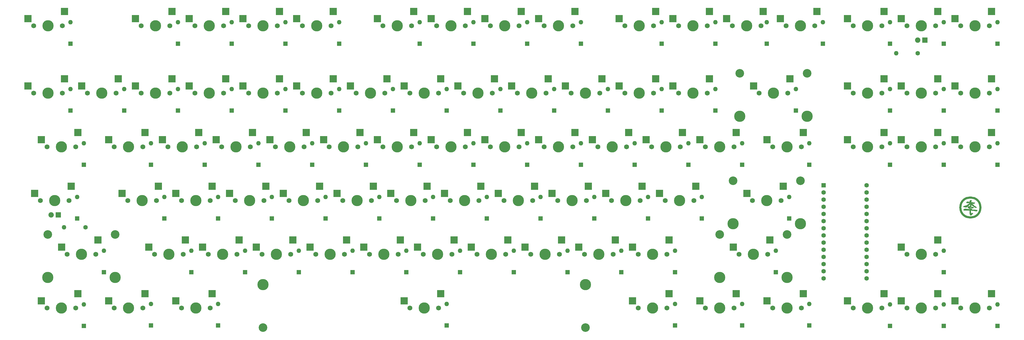
<source format=gbr>
%TF.GenerationSoftware,KiCad,Pcbnew,(6.0.1)*%
%TF.CreationDate,2022-02-19T02:25:24-05:00*%
%TF.ProjectId,TKL,544b4c2e-6b69-4636-9164-5f7063625858,rev?*%
%TF.SameCoordinates,Original*%
%TF.FileFunction,Soldermask,Bot*%
%TF.FilePolarity,Negative*%
%FSLAX46Y46*%
G04 Gerber Fmt 4.6, Leading zero omitted, Abs format (unit mm)*
G04 Created by KiCad (PCBNEW (6.0.1)) date 2022-02-19 02:25:24*
%MOMM*%
%LPD*%
G01*
G04 APERTURE LIST*
%ADD10C,0.264583*%
%ADD11C,0.750000*%
%ADD12C,3.987800*%
%ADD13C,1.750000*%
%ADD14C,3.048000*%
%ADD15R,2.550000X2.500000*%
%ADD16R,1.600000X1.600000*%
%ADD17C,1.600000*%
%ADD18R,1.905000X1.905000*%
%ADD19C,1.905000*%
%ADD20O,1.600000X1.600000*%
G04 APERTURE END LIST*
D10*
X368793536Y-167668745D02*
X368793536Y-167795481D01*
X368793536Y-167795481D02*
X368799357Y-167835697D01*
X368799357Y-167835697D02*
X368799357Y-167910575D01*
X368799357Y-167910575D02*
X368804913Y-167945236D01*
X368804913Y-167945236D02*
X368804913Y-167979896D01*
X368804913Y-167979896D02*
X368810734Y-168014557D01*
X368810734Y-168014557D02*
X368816555Y-168043132D01*
X368816555Y-168043132D02*
X368816555Y-168077792D01*
X368816555Y-168077792D02*
X368821846Y-168106896D01*
X368821846Y-168106896D02*
X368827403Y-168135735D01*
X368827403Y-168135735D02*
X368833224Y-168164574D01*
X368833224Y-168164574D02*
X368839044Y-168193414D01*
X368839044Y-168193414D02*
X368844865Y-168216432D01*
X368844865Y-168216432D02*
X368850686Y-168245272D01*
X368850686Y-168245272D02*
X368856507Y-168268290D01*
X368856507Y-168268290D02*
X368862063Y-168291309D01*
X368862063Y-168291309D02*
X368867884Y-168314328D01*
X368867884Y-168314328D02*
X368873705Y-168337347D01*
X368873705Y-168337347D02*
X368879526Y-168360365D01*
X368879526Y-168360365D02*
X368890903Y-168377828D01*
X368890903Y-168377828D02*
X368896724Y-168400847D01*
X368896724Y-168400847D02*
X368908366Y-168435242D01*
X368908366Y-168435242D02*
X368925564Y-168469903D01*
X368925564Y-168469903D02*
X368942761Y-168498742D01*
X368942761Y-168498742D02*
X368954138Y-168527318D01*
X368954138Y-168527318D02*
X368971336Y-168556157D01*
X368971336Y-168556157D02*
X368988798Y-168579176D01*
X368988798Y-168579176D02*
X369007055Y-168596375D01*
X369007055Y-168596375D02*
X369018432Y-168613837D01*
X369018432Y-168613837D02*
X369035894Y-168631035D01*
X369035894Y-168631035D02*
X369047272Y-168648233D01*
X369047272Y-168648233D02*
X369064734Y-168659875D01*
X369064734Y-168659875D02*
X369076111Y-168665696D01*
X369076111Y-168665696D02*
X369087753Y-168677073D01*
X369087753Y-168677073D02*
X369099130Y-168682894D01*
X369099130Y-168682894D02*
X369110771Y-168688714D01*
X369110771Y-168688714D02*
X369122149Y-168694535D01*
X369122149Y-168694535D02*
X369127705Y-168694535D01*
X369127705Y-168694535D02*
X369133526Y-168700355D01*
X369133526Y-168700355D02*
X369145167Y-168700355D01*
X369145167Y-168700355D02*
X369149836Y-168699845D01*
X369149836Y-168699845D02*
X369154449Y-168699092D01*
X369154449Y-168699092D02*
X369158997Y-168698102D01*
X369158997Y-168698102D02*
X369163471Y-168696878D01*
X369163471Y-168696878D02*
X369167864Y-168695426D01*
X369167864Y-168695426D02*
X369172167Y-168693751D01*
X369172167Y-168693751D02*
X369176371Y-168691856D01*
X369176371Y-168691856D02*
X369180469Y-168689747D01*
X369180469Y-168689747D02*
X369184452Y-168687427D01*
X369184452Y-168687427D02*
X369188311Y-168684902D01*
X369188311Y-168684902D02*
X369192038Y-168682176D01*
X369192038Y-168682176D02*
X369195625Y-168679254D01*
X369195625Y-168679254D02*
X369199063Y-168676141D01*
X369199063Y-168676141D02*
X369202345Y-168672840D01*
X369202345Y-168672840D02*
X369205460Y-168669356D01*
X369205460Y-168669356D02*
X369208403Y-168665695D01*
X369208403Y-168665695D02*
X369223877Y-168641293D01*
X369223877Y-168641293D02*
X369241038Y-168616735D01*
X369241038Y-168616735D02*
X369279865Y-168567342D01*
X369279865Y-168567342D02*
X369323777Y-168517897D01*
X369323777Y-168517897D02*
X369371667Y-168468779D01*
X369371667Y-168468779D02*
X369422428Y-168420368D01*
X369422428Y-168420368D02*
X369474954Y-168373043D01*
X369474954Y-168373043D02*
X369580870Y-168283174D01*
X369580870Y-168283174D02*
X369765169Y-168133188D01*
X369765169Y-168133188D02*
X369799050Y-168104106D01*
X369799050Y-168104106D02*
X369825841Y-168079149D01*
X369825841Y-168079149D02*
X369844434Y-168058697D01*
X369844434Y-168058697D02*
X369850310Y-168050279D01*
X369850310Y-168050279D02*
X369853722Y-168043130D01*
X369853722Y-168043130D02*
X369853655Y-168042609D01*
X369853655Y-168042609D02*
X369853456Y-168042087D01*
X369853456Y-168042087D02*
X369853128Y-168041566D01*
X369853128Y-168041566D02*
X369852674Y-168041046D01*
X369852674Y-168041046D02*
X369852097Y-168040530D01*
X369852097Y-168040530D02*
X369851400Y-168040017D01*
X369851400Y-168040017D02*
X369850586Y-168039510D01*
X369850586Y-168039510D02*
X369849658Y-168039009D01*
X369849658Y-168039009D02*
X369848618Y-168038515D01*
X369848618Y-168038515D02*
X369847470Y-168038030D01*
X369847470Y-168038030D02*
X369844862Y-168037089D01*
X369844862Y-168037089D02*
X369841855Y-168036195D01*
X369841855Y-168036195D02*
X369838475Y-168035358D01*
X369838475Y-168035358D02*
X369834744Y-168034586D01*
X369834744Y-168034586D02*
X369830687Y-168033888D01*
X369830687Y-168033888D02*
X369826326Y-168033273D01*
X369826326Y-168033273D02*
X369821686Y-168032750D01*
X369821686Y-168032750D02*
X369816791Y-168032327D01*
X369816791Y-168032327D02*
X369811663Y-168032014D01*
X369811663Y-168032014D02*
X369806326Y-168031820D01*
X369806326Y-168031820D02*
X369800805Y-168031753D01*
X369800805Y-168031753D02*
X369771622Y-168032467D01*
X369771622Y-168032467D02*
X369742364Y-168034482D01*
X369742364Y-168034482D02*
X369712954Y-168037613D01*
X369712954Y-168037613D02*
X369683318Y-168041675D01*
X369683318Y-168041675D02*
X369623062Y-168051845D01*
X369623062Y-168051845D02*
X369560993Y-168063503D01*
X369560993Y-168063503D02*
X369496506Y-168075162D01*
X369496506Y-168075162D02*
X369463166Y-168080526D01*
X369463166Y-168080526D02*
X369428995Y-168085331D01*
X369428995Y-168085331D02*
X369393917Y-168089393D01*
X369393917Y-168089393D02*
X369357857Y-168092525D01*
X369357857Y-168092525D02*
X369320738Y-168094540D01*
X369320738Y-168094540D02*
X369282486Y-168095253D01*
X369282486Y-168095253D02*
X369263857Y-168094980D01*
X369263857Y-168094980D02*
X369255426Y-168094639D01*
X369255426Y-168094639D02*
X369247557Y-168094162D01*
X369247557Y-168094162D02*
X369240233Y-168093548D01*
X369240233Y-168093548D02*
X369233434Y-168092798D01*
X369233434Y-168092798D02*
X369227140Y-168091911D01*
X369227140Y-168091911D02*
X369221334Y-168090888D01*
X369221334Y-168090888D02*
X369215997Y-168089728D01*
X369215997Y-168089728D02*
X369211108Y-168088432D01*
X369211108Y-168088432D02*
X369206650Y-168087000D01*
X369206650Y-168087000D02*
X369202603Y-168085431D01*
X369202603Y-168085431D02*
X369198948Y-168083725D01*
X369198948Y-168083725D02*
X369195666Y-168081883D01*
X369195666Y-168081883D02*
X369192739Y-168079905D01*
X369192739Y-168079905D02*
X369190147Y-168077791D01*
X369190147Y-168077791D02*
X369189334Y-168074964D01*
X369189334Y-168074964D02*
X369188432Y-168072170D01*
X369188432Y-168072170D02*
X369187443Y-168069411D01*
X369187443Y-168069411D02*
X369186368Y-168066688D01*
X369186368Y-168066688D02*
X369185207Y-168064004D01*
X369185207Y-168064004D02*
X369183962Y-168061360D01*
X369183962Y-168061360D02*
X369182634Y-168058759D01*
X369182634Y-168058759D02*
X369181224Y-168056202D01*
X369181224Y-168056202D02*
X369179733Y-168053691D01*
X369179733Y-168053691D02*
X369178163Y-168051228D01*
X369178163Y-168051228D02*
X369176514Y-168048816D01*
X369176514Y-168048816D02*
X369174787Y-168046455D01*
X369174787Y-168046455D02*
X369172984Y-168044149D01*
X369172984Y-168044149D02*
X369171106Y-168041899D01*
X369171106Y-168041899D02*
X369169153Y-168039707D01*
X369169153Y-168039707D02*
X369167128Y-168037574D01*
X369167128Y-168037574D02*
X369148557Y-167970679D01*
X369148557Y-167970679D02*
X369132596Y-167903193D01*
X369132596Y-167903193D02*
X369119257Y-167835193D01*
X369119257Y-167835193D02*
X369108550Y-167766754D01*
X369108550Y-167766754D02*
X369100486Y-167697954D01*
X369100486Y-167697954D02*
X369095074Y-167628869D01*
X369095074Y-167628869D02*
X369092325Y-167559576D01*
X369092325Y-167559576D02*
X369092251Y-167490151D01*
X369092251Y-167490151D02*
X369093747Y-167422100D01*
X369093747Y-167422100D02*
X369096501Y-167354106D01*
X369096501Y-167354106D02*
X369100511Y-167286185D01*
X369100511Y-167286185D02*
X369105775Y-167218355D01*
X369105775Y-167218355D02*
X369112292Y-167150633D01*
X369112292Y-167150633D02*
X369120060Y-167083038D01*
X369120060Y-167083038D02*
X369129078Y-167015586D01*
X369129078Y-167015586D02*
X369139345Y-166948294D01*
X369139345Y-166948294D02*
X369179828Y-166948285D01*
X369179828Y-166948285D02*
X369412846Y-166970766D01*
X369412846Y-166970766D02*
X369645435Y-166996929D01*
X369645435Y-166996929D02*
X369877552Y-167026767D01*
X369877552Y-167026767D02*
X370109153Y-167060274D01*
X370109153Y-167060274D02*
X370340194Y-167097443D01*
X370340194Y-167097443D02*
X370570632Y-167138268D01*
X370570632Y-167138268D02*
X370800424Y-167182742D01*
X370800424Y-167182742D02*
X371029526Y-167230857D01*
X371029526Y-167230857D02*
X371048338Y-167230425D01*
X371048338Y-167230425D02*
X371066956Y-167229155D01*
X371066956Y-167229155D02*
X371085351Y-167227088D01*
X371085351Y-167227088D02*
X371103499Y-167224266D01*
X371103499Y-167224266D02*
X371138944Y-167216520D01*
X371138944Y-167216520D02*
X371173081Y-167206248D01*
X371173081Y-167206248D02*
X371205698Y-167193780D01*
X371205698Y-167193780D02*
X371236586Y-167179444D01*
X371236586Y-167179444D02*
X371265532Y-167163571D01*
X371265532Y-167163571D02*
X371292326Y-167146491D01*
X371292326Y-167146491D02*
X371316758Y-167128533D01*
X371316758Y-167128533D02*
X371338616Y-167110027D01*
X371338616Y-167110027D02*
X371357690Y-167091304D01*
X371357690Y-167091304D02*
X371373769Y-167072693D01*
X371373769Y-167072693D02*
X371386642Y-167054523D01*
X371386642Y-167054523D02*
X371396097Y-167037125D01*
X371396097Y-167037125D02*
X371399478Y-167028819D01*
X371399478Y-167028819D02*
X371401925Y-167020829D01*
X371401925Y-167020829D02*
X371403413Y-167013197D01*
X371403413Y-167013197D02*
X371403915Y-167005964D01*
X371403915Y-167005964D02*
X371403847Y-167003311D01*
X371403847Y-167003311D02*
X371403644Y-167000758D01*
X371403644Y-167000758D02*
X371403303Y-166998304D01*
X371403303Y-166998304D02*
X371402825Y-166995944D01*
X371402825Y-166995944D02*
X371402207Y-166993679D01*
X371402207Y-166993679D02*
X371401449Y-166991505D01*
X371401449Y-166991505D02*
X371400550Y-166989420D01*
X371400550Y-166989420D02*
X371399508Y-166987422D01*
X371399508Y-166987422D02*
X371398323Y-166985510D01*
X371398323Y-166985510D02*
X371396994Y-166983679D01*
X371396994Y-166983679D02*
X371395519Y-166981930D01*
X371395519Y-166981930D02*
X371393897Y-166980259D01*
X371393897Y-166980259D02*
X371392128Y-166978663D01*
X371392128Y-166978663D02*
X371390210Y-166977142D01*
X371390210Y-166977142D02*
X371388142Y-166975693D01*
X371388142Y-166975693D02*
X371385923Y-166974313D01*
X371385923Y-166974313D02*
X371383553Y-166973001D01*
X371383553Y-166973001D02*
X371381029Y-166971754D01*
X371381029Y-166971754D02*
X371378352Y-166970570D01*
X371378352Y-166970570D02*
X371375519Y-166969447D01*
X371375519Y-166969447D02*
X371372530Y-166968382D01*
X371372530Y-166968382D02*
X371369384Y-166967375D01*
X371369384Y-166967375D02*
X371366079Y-166966421D01*
X371366079Y-166966421D02*
X371362615Y-166965520D01*
X371362615Y-166965520D02*
X371358991Y-166964669D01*
X371358991Y-166964669D02*
X371355205Y-166963865D01*
X371355205Y-166963865D02*
X371347144Y-166962393D01*
X371347144Y-166962393D02*
X371338425Y-166961086D01*
X371338425Y-166961086D02*
X371329038Y-166959927D01*
X371329038Y-166959927D02*
X370215109Y-166848074D01*
X370215109Y-166848074D02*
X369179563Y-166752493D01*
X369179563Y-166752493D02*
X369187241Y-166734677D01*
X369187241Y-166734677D02*
X369195364Y-166717946D01*
X369195364Y-166717946D02*
X369203890Y-166702237D01*
X369203890Y-166702237D02*
X369212778Y-166687487D01*
X369212778Y-166687487D02*
X369221985Y-166673632D01*
X369221985Y-166673632D02*
X369231470Y-166660610D01*
X369231470Y-166660610D02*
X369241192Y-166648356D01*
X369241192Y-166648356D02*
X369251108Y-166636808D01*
X369251108Y-166636808D02*
X369271357Y-166615575D01*
X369271357Y-166615575D02*
X369291882Y-166596405D01*
X369291882Y-166596405D02*
X369312350Y-166578790D01*
X369312350Y-166578790D02*
X369332426Y-166562225D01*
X369332426Y-166562225D02*
X369351777Y-166546202D01*
X369351777Y-166546202D02*
X369370068Y-166530215D01*
X369370068Y-166530215D02*
X369386966Y-166513757D01*
X369386966Y-166513757D02*
X369394788Y-166505194D01*
X369394788Y-166505194D02*
X369402136Y-166496323D01*
X369402136Y-166496323D02*
X369408968Y-166487081D01*
X369408968Y-166487081D02*
X369415243Y-166477405D01*
X369415243Y-166477405D02*
X369420920Y-166467231D01*
X369420920Y-166467231D02*
X369425955Y-166456496D01*
X369425955Y-166456496D02*
X369430308Y-166445137D01*
X369430308Y-166445137D02*
X369433937Y-166433091D01*
X369433937Y-166433091D02*
X369436800Y-166420294D01*
X369436800Y-166420294D02*
X369438855Y-166406683D01*
X369438855Y-166406683D02*
X369438714Y-166393116D01*
X369438714Y-166393116D02*
X369438274Y-166380501D01*
X369438274Y-166380501D02*
X369437508Y-166368846D01*
X369437508Y-166368846D02*
X369436391Y-166358161D01*
X369436391Y-166358161D02*
X369434895Y-166348453D01*
X369434895Y-166348453D02*
X369432995Y-166339733D01*
X369432995Y-166339733D02*
X369430663Y-166332009D01*
X369430663Y-166332009D02*
X369427875Y-166325290D01*
X369427875Y-166325290D02*
X369426301Y-166322310D01*
X369426301Y-166322310D02*
X369424602Y-166319585D01*
X369424602Y-166319585D02*
X369422777Y-166317116D01*
X369422777Y-166317116D02*
X369420820Y-166314903D01*
X369420820Y-166314903D02*
X369418729Y-166312948D01*
X369418729Y-166312948D02*
X369416501Y-166311252D01*
X369416501Y-166311252D02*
X369414132Y-166309817D01*
X369414132Y-166309817D02*
X369411619Y-166308642D01*
X369411619Y-166308642D02*
X369408959Y-166307730D01*
X369408959Y-166307730D02*
X369406149Y-166307082D01*
X369406149Y-166307082D02*
X369403184Y-166306698D01*
X369403184Y-166306698D02*
X369400062Y-166306580D01*
X369400062Y-166306580D02*
X369396780Y-166306729D01*
X369396780Y-166306729D02*
X369393334Y-166307145D01*
X369393334Y-166307145D02*
X369389722Y-166307831D01*
X369389722Y-166307831D02*
X369385938Y-166308787D01*
X369385938Y-166308787D02*
X369364512Y-166315912D01*
X369364512Y-166315912D02*
X369343265Y-166323496D01*
X369343265Y-166323496D02*
X369322202Y-166331535D01*
X369322202Y-166331535D02*
X369301331Y-166340025D01*
X369301331Y-166340025D02*
X369280659Y-166348962D01*
X369280659Y-166348962D02*
X369260194Y-166358343D01*
X369260194Y-166358343D02*
X369239942Y-166368164D01*
X369239942Y-166368164D02*
X369219910Y-166378422D01*
X369219910Y-166378422D02*
X369200106Y-166389111D01*
X369200106Y-166389111D02*
X369180536Y-166400230D01*
X369180536Y-166400230D02*
X369161208Y-166411774D01*
X369161208Y-166411774D02*
X369142128Y-166423739D01*
X369142128Y-166423739D02*
X369123305Y-166436122D01*
X369123305Y-166436122D02*
X369104744Y-166448919D01*
X369104744Y-166448919D02*
X369086452Y-166462126D01*
X369086452Y-166462126D02*
X369068438Y-166475739D01*
X369068438Y-166475739D02*
X368689555Y-165968798D01*
X368689555Y-165968798D02*
X368686603Y-165959226D01*
X368686603Y-165959226D02*
X368684207Y-165950320D01*
X368684207Y-165950320D02*
X368682384Y-165942023D01*
X368682384Y-165942023D02*
X368681150Y-165934282D01*
X368681150Y-165934282D02*
X368680523Y-165927041D01*
X368680523Y-165927041D02*
X368680442Y-165923592D01*
X368680442Y-165923592D02*
X368680518Y-165920247D01*
X368680518Y-165920247D02*
X368680755Y-165917000D01*
X368680755Y-165917000D02*
X368681153Y-165913844D01*
X368681153Y-165913844D02*
X368681716Y-165910772D01*
X368681716Y-165910772D02*
X368682444Y-165907778D01*
X368682444Y-165907778D02*
X368683341Y-165904854D01*
X368683341Y-165904854D02*
X368684408Y-165901994D01*
X368684408Y-165901994D02*
X368685647Y-165899191D01*
X368685647Y-165899191D02*
X368687061Y-165896438D01*
X368687061Y-165896438D02*
X368688652Y-165893728D01*
X368688652Y-165893728D02*
X368690421Y-165891054D01*
X368690421Y-165891054D02*
X368692371Y-165888410D01*
X368692371Y-165888410D02*
X368694503Y-165885789D01*
X368694503Y-165885789D02*
X368699325Y-165880587D01*
X368699325Y-165880587D02*
X368704903Y-165875394D01*
X368704903Y-165875394D02*
X368711254Y-165870155D01*
X368711254Y-165870155D02*
X368718394Y-165864816D01*
X368718394Y-165864816D02*
X368720804Y-165863923D01*
X368720804Y-165863923D02*
X368723235Y-165863101D01*
X368723235Y-165863101D02*
X368725685Y-165862351D01*
X368725685Y-165862351D02*
X368728154Y-165861674D01*
X368728154Y-165861674D02*
X368730639Y-165861068D01*
X368730639Y-165861068D02*
X368733139Y-165860536D01*
X368733139Y-165860536D02*
X368735653Y-165860077D01*
X368735653Y-165860077D02*
X368738178Y-165859690D01*
X368738178Y-165859690D02*
X368740714Y-165859377D01*
X368740714Y-165859377D02*
X368743258Y-165859138D01*
X368743258Y-165859138D02*
X368745809Y-165858973D01*
X368745809Y-165858973D02*
X368748365Y-165858881D01*
X368748365Y-165858881D02*
X368750925Y-165858864D01*
X368750925Y-165858864D02*
X368753487Y-165858921D01*
X368753487Y-165858921D02*
X368756050Y-165859053D01*
X368756050Y-165859053D02*
X368758611Y-165859260D01*
X368758611Y-165859260D02*
X368809915Y-165862558D01*
X368809915Y-165862558D02*
X368869885Y-165871880D01*
X368869885Y-165871880D02*
X368937061Y-165886363D01*
X368937061Y-165886363D02*
X369009982Y-165905149D01*
X369009982Y-165905149D02*
X369167219Y-165952185D01*
X369167219Y-165952185D02*
X369329913Y-166006104D01*
X369329913Y-166006104D02*
X369624940Y-166107059D01*
X369624940Y-166107059D02*
X369733907Y-166140328D01*
X369733907Y-166140328D02*
X369773642Y-166149649D01*
X369773642Y-166149649D02*
X369801599Y-166152948D01*
X369801599Y-166152948D02*
X369811210Y-166153459D01*
X369811210Y-166153459D02*
X369820802Y-166153549D01*
X369820802Y-166153549D02*
X369830361Y-166153224D01*
X369830361Y-166153224D02*
X369839876Y-166152485D01*
X369839876Y-166152485D02*
X369849332Y-166151337D01*
X369849332Y-166151337D02*
X369858717Y-166149783D01*
X369858717Y-166149783D02*
X369868018Y-166147828D01*
X369868018Y-166147828D02*
X369877221Y-166145473D01*
X369877221Y-166145473D02*
X369886315Y-166142724D01*
X369886315Y-166142724D02*
X369895285Y-166139584D01*
X369895285Y-166139584D02*
X369904120Y-166136057D01*
X369904120Y-166136057D02*
X369912805Y-166132145D01*
X369912805Y-166132145D02*
X369921328Y-166127853D01*
X369921328Y-166127853D02*
X369929677Y-166123184D01*
X369929677Y-166123184D02*
X369937837Y-166118142D01*
X369937837Y-166118142D02*
X369945797Y-166112731D01*
X369945797Y-166112731D02*
X369956288Y-166106634D01*
X369956288Y-166106634D02*
X369966562Y-166100218D01*
X369966562Y-166100218D02*
X369976613Y-166093489D01*
X369976613Y-166093489D02*
X369986432Y-166086455D01*
X369986432Y-166086455D02*
X369996015Y-166079120D01*
X369996015Y-166079120D02*
X370005355Y-166071492D01*
X370005355Y-166071492D02*
X370014444Y-166063576D01*
X370014444Y-166063576D02*
X370023276Y-166055379D01*
X370023276Y-166055379D02*
X370031846Y-166046908D01*
X370031846Y-166046908D02*
X370040145Y-166038168D01*
X370040145Y-166038168D02*
X370048168Y-166029165D01*
X370048168Y-166029165D02*
X370055909Y-166019907D01*
X370055909Y-166019907D02*
X370063359Y-166010399D01*
X370063359Y-166010399D02*
X370070514Y-166000647D01*
X370070514Y-166000647D02*
X370077366Y-165990659D01*
X370077366Y-165990659D02*
X370083909Y-165980439D01*
X370083909Y-165980439D02*
X370088279Y-165969573D01*
X370088279Y-165969573D02*
X370091489Y-165959622D01*
X370091489Y-165959622D02*
X370093575Y-165950547D01*
X370093575Y-165950547D02*
X370094570Y-165942313D01*
X370094570Y-165942313D02*
X370094509Y-165934881D01*
X370094509Y-165934881D02*
X370093426Y-165928214D01*
X370093426Y-165928214D02*
X370091356Y-165922275D01*
X370091356Y-165922275D02*
X370088332Y-165917026D01*
X370088332Y-165917026D02*
X370084391Y-165912430D01*
X370084391Y-165912430D02*
X370079565Y-165908450D01*
X370079565Y-165908450D02*
X370073889Y-165905049D01*
X370073889Y-165905049D02*
X370067398Y-165902188D01*
X370067398Y-165902188D02*
X370060126Y-165899831D01*
X370060126Y-165899831D02*
X370052108Y-165897941D01*
X370052108Y-165897941D02*
X370043377Y-165896479D01*
X370043377Y-165896479D02*
X370033969Y-165895409D01*
X370033969Y-165895409D02*
X370023917Y-165894693D01*
X370023917Y-165894693D02*
X370013256Y-165894294D01*
X370013256Y-165894294D02*
X369990245Y-165894297D01*
X369990245Y-165894297D02*
X369965211Y-165895120D01*
X369965211Y-165895120D02*
X369938430Y-165896463D01*
X369938430Y-165896463D02*
X369880722Y-165899515D01*
X369880722Y-165899515D02*
X369850348Y-165900627D01*
X369850348Y-165900627D02*
X369819326Y-165901064D01*
X369819326Y-165901064D02*
X369746093Y-165897763D01*
X369746093Y-165897763D02*
X369665684Y-165888433D01*
X369665684Y-165888433D02*
X369579568Y-165873937D01*
X369579568Y-165873937D02*
X369489212Y-165855134D01*
X369489212Y-165855134D02*
X369301660Y-165808056D01*
X369301660Y-165808056D02*
X369114773Y-165754088D01*
X369114773Y-165754088D02*
X368789993Y-165653042D01*
X368789993Y-165653042D02*
X368675596Y-165619743D01*
X368675596Y-165619743D02*
X368635535Y-165610413D01*
X368635535Y-165610413D02*
X368608857Y-165607112D01*
X368608857Y-165607112D02*
X368596928Y-165607760D01*
X368596928Y-165607760D02*
X368583878Y-165609659D01*
X368583878Y-165609659D02*
X368554803Y-165616944D01*
X368554803Y-165616944D02*
X368522411Y-165628437D01*
X368522411Y-165628437D02*
X368487479Y-165643604D01*
X368487479Y-165643604D02*
X368450787Y-165661913D01*
X368450787Y-165661913D02*
X368413111Y-165682833D01*
X368413111Y-165682833D02*
X368375231Y-165705831D01*
X368375231Y-165705831D02*
X368337924Y-165730375D01*
X368337924Y-165730375D02*
X368301969Y-165755933D01*
X368301969Y-165755933D02*
X368268144Y-165781972D01*
X368268144Y-165781972D02*
X368237228Y-165807961D01*
X368237228Y-165807961D02*
X368209998Y-165833368D01*
X368209998Y-165833368D02*
X368187233Y-165857660D01*
X368187233Y-165857660D02*
X368169711Y-165880305D01*
X368169711Y-165880305D02*
X368163159Y-165890844D01*
X368163159Y-165890844D02*
X368158210Y-165900772D01*
X368158210Y-165900772D02*
X368154961Y-165910021D01*
X368154961Y-165910021D02*
X368153509Y-165918527D01*
X368153509Y-165918527D02*
X368151486Y-165923447D01*
X368151486Y-165923447D02*
X368149731Y-165928287D01*
X368149731Y-165928287D02*
X368148244Y-165933045D01*
X368148244Y-165933045D02*
X368147024Y-165937721D01*
X368147024Y-165937721D02*
X368146070Y-165942315D01*
X368146070Y-165942315D02*
X368145380Y-165946826D01*
X368145380Y-165946826D02*
X368144954Y-165951253D01*
X368144954Y-165951253D02*
X368144790Y-165955597D01*
X368144790Y-165955597D02*
X368144888Y-165959857D01*
X368144888Y-165959857D02*
X368145247Y-165964033D01*
X368145247Y-165964033D02*
X368145865Y-165968123D01*
X368145865Y-165968123D02*
X368146742Y-165972128D01*
X368146742Y-165972128D02*
X368147876Y-165976047D01*
X368147876Y-165976047D02*
X368149267Y-165979880D01*
X368149267Y-165979880D02*
X368150914Y-165983626D01*
X368150914Y-165983626D02*
X368152815Y-165987285D01*
X368152815Y-165987285D02*
X368154969Y-165990857D01*
X368154969Y-165990857D02*
X368157376Y-165994340D01*
X368157376Y-165994340D02*
X368160034Y-165997735D01*
X368160034Y-165997735D02*
X368162943Y-166001041D01*
X368162943Y-166001041D02*
X368166101Y-166004258D01*
X368166101Y-166004258D02*
X368169507Y-166007385D01*
X368169507Y-166007385D02*
X368173161Y-166010421D01*
X368173161Y-166010421D02*
X368177061Y-166013367D01*
X368177061Y-166013367D02*
X368181207Y-166016222D01*
X368181207Y-166016222D02*
X368185597Y-166018986D01*
X368185597Y-166018986D02*
X368190230Y-166021657D01*
X368190230Y-166021657D02*
X368195105Y-166024236D01*
X368195105Y-166024236D02*
X368200222Y-166026723D01*
X368200222Y-166026723D02*
X368205579Y-166029116D01*
X368205579Y-166029116D02*
X368217009Y-166033620D01*
X368217009Y-166033620D02*
X368270222Y-166056145D01*
X368270222Y-166056145D02*
X368322861Y-166079853D01*
X368322861Y-166079853D02*
X368374907Y-166104731D01*
X368374907Y-166104731D02*
X368426342Y-166130767D01*
X368426342Y-166130767D02*
X368477147Y-166157950D01*
X368477147Y-166157950D02*
X368527304Y-166186267D01*
X368527304Y-166186267D02*
X368576793Y-166215707D01*
X368576793Y-166215707D02*
X368625595Y-166246257D01*
X368625595Y-166246257D02*
X368673693Y-166277905D01*
X368673693Y-166277905D02*
X368721067Y-166310640D01*
X368721067Y-166310640D02*
X368767699Y-166344449D01*
X368767699Y-166344449D02*
X368813569Y-166379320D01*
X368813569Y-166379320D02*
X368858659Y-166415241D01*
X368858659Y-166415241D02*
X368902951Y-166452200D01*
X368902951Y-166452200D02*
X368946425Y-166490185D01*
X368946425Y-166490185D02*
X368989063Y-166529185D01*
X368989063Y-166529185D02*
X368983242Y-166529185D01*
X368983242Y-166529185D02*
X368971969Y-166538119D01*
X368971969Y-166538119D02*
X368961180Y-166547543D01*
X368961180Y-166547543D02*
X368950886Y-166557436D01*
X368950886Y-166557436D02*
X368941101Y-166567779D01*
X368941101Y-166567779D02*
X368931838Y-166578549D01*
X368931838Y-166578549D02*
X368923107Y-166589728D01*
X368923107Y-166589728D02*
X368914923Y-166601294D01*
X368914923Y-166601294D02*
X368907296Y-166613226D01*
X368907296Y-166613226D02*
X368900241Y-166625505D01*
X368900241Y-166625505D02*
X368893769Y-166638109D01*
X368893769Y-166638109D02*
X368887893Y-166651018D01*
X368887893Y-166651018D02*
X368882625Y-166664212D01*
X368882625Y-166664212D02*
X368877977Y-166677669D01*
X368877977Y-166677669D02*
X368873963Y-166691371D01*
X368873963Y-166691371D02*
X368870594Y-166705294D01*
X368870594Y-166705294D02*
X368867884Y-166719421D01*
X368867884Y-166719421D02*
X367914198Y-166583503D01*
X367914198Y-166583503D02*
X367431031Y-166509176D01*
X367431031Y-166509176D02*
X367208417Y-166471771D01*
X367208417Y-166471771D02*
X367184952Y-166472468D01*
X367184952Y-166472468D02*
X367161091Y-166474515D01*
X367161091Y-166474515D02*
X367136907Y-166477843D01*
X367136907Y-166477843D02*
X367112478Y-166482387D01*
X367112478Y-166482387D02*
X367063177Y-166494848D01*
X367063177Y-166494848D02*
X367013787Y-166511359D01*
X367013787Y-166511359D02*
X366964908Y-166531379D01*
X366964908Y-166531379D02*
X366917138Y-166554370D01*
X366917138Y-166554370D02*
X366871075Y-166579792D01*
X366871075Y-166579792D02*
X366827318Y-166607105D01*
X366827318Y-166607105D02*
X366786467Y-166635770D01*
X366786467Y-166635770D02*
X366749120Y-166665247D01*
X366749120Y-166665247D02*
X366715876Y-166694997D01*
X366715876Y-166694997D02*
X366687333Y-166724481D01*
X366687333Y-166724481D02*
X366664091Y-166753158D01*
X366664091Y-166753158D02*
X366646748Y-166780490D01*
X366646748Y-166780490D02*
X366640476Y-166793482D01*
X366640476Y-166793482D02*
X366635903Y-166805936D01*
X366635903Y-166805936D02*
X366633104Y-166817784D01*
X366633104Y-166817784D02*
X366632155Y-166828958D01*
X366632155Y-166828958D02*
X366632356Y-166835282D01*
X366632356Y-166835282D02*
X366632954Y-166841310D01*
X366632954Y-166841310D02*
X366633943Y-166847048D01*
X366633943Y-166847048D02*
X366635313Y-166852502D01*
X366635313Y-166852502D02*
X366637059Y-166857680D01*
X366637059Y-166857680D02*
X366639173Y-166862586D01*
X366639173Y-166862586D02*
X366641647Y-166867227D01*
X366641647Y-166867227D02*
X366644475Y-166871610D01*
X366644475Y-166871610D02*
X366647648Y-166875740D01*
X366647648Y-166875740D02*
X366651159Y-166879625D01*
X366651159Y-166879625D02*
X366655001Y-166883269D01*
X366655001Y-166883269D02*
X366659167Y-166886680D01*
X366659167Y-166886680D02*
X366663649Y-166889864D01*
X366663649Y-166889864D02*
X366668441Y-166892827D01*
X366668441Y-166892827D02*
X366673533Y-166895574D01*
X366673533Y-166895574D02*
X366678920Y-166898114D01*
X366678920Y-166898114D02*
X366684594Y-166900451D01*
X366684594Y-166900451D02*
X366690547Y-166902591D01*
X366690547Y-166902591D02*
X366696772Y-166904542D01*
X366696772Y-166904542D02*
X366703262Y-166906310D01*
X366703262Y-166906310D02*
X366710009Y-166907900D01*
X366710009Y-166907900D02*
X366717006Y-166909319D01*
X366717006Y-166909319D02*
X366724246Y-166910574D01*
X366724246Y-166910574D02*
X366731721Y-166911669D01*
X366731721Y-166911669D02*
X366747347Y-166913410D01*
X366747347Y-166913410D02*
X366763827Y-166914592D01*
X366763827Y-166914592D02*
X366781099Y-166915264D01*
X366781099Y-166915264D02*
X366799107Y-166915477D01*
X366799107Y-166915477D02*
X366992580Y-166910293D01*
X366992580Y-166910293D02*
X367322155Y-166904563D01*
X367322155Y-166904563D02*
X367922793Y-166898014D01*
X367922793Y-166898014D02*
X368167962Y-166899284D01*
X368167962Y-166899284D02*
X368401821Y-166903802D01*
X368401821Y-166903802D02*
X368514322Y-166907613D01*
X368514322Y-166907613D02*
X368623773Y-166912637D01*
X368623773Y-166912637D02*
X368730098Y-166919006D01*
X368730098Y-166919006D02*
X368833224Y-166926854D01*
X368833224Y-166926854D02*
X368831496Y-166965170D01*
X368831496Y-166965170D02*
X368826940Y-167022745D01*
X368826940Y-167022745D02*
X368813115Y-167188362D01*
X368813115Y-167188362D02*
X368805732Y-167292752D01*
X368805732Y-167292752D02*
X368799291Y-167409094D01*
X368799291Y-167409094D02*
X368794735Y-167535564D01*
X368794735Y-167535564D02*
X368793459Y-167602025D01*
X368793459Y-167602025D02*
X368793007Y-167670333D01*
X368793007Y-167670333D02*
X368793536Y-167668745D01*
X368793536Y-167668745D02*
X368793536Y-167668745D01*
G36*
X368635535Y-165610413D02*
G01*
X368675596Y-165619743D01*
X368789993Y-165653042D01*
X369114773Y-165754088D01*
X369301660Y-165808056D01*
X369489212Y-165855134D01*
X369579568Y-165873937D01*
X369665684Y-165888433D01*
X369746093Y-165897763D01*
X369819326Y-165901064D01*
X369850348Y-165900627D01*
X369880722Y-165899515D01*
X369938430Y-165896463D01*
X369965211Y-165895120D01*
X369990245Y-165894297D01*
X370013256Y-165894294D01*
X370023917Y-165894693D01*
X370033969Y-165895409D01*
X370043377Y-165896479D01*
X370052108Y-165897941D01*
X370060126Y-165899831D01*
X370067398Y-165902188D01*
X370073889Y-165905049D01*
X370079565Y-165908450D01*
X370084391Y-165912430D01*
X370088332Y-165917026D01*
X370091356Y-165922275D01*
X370093426Y-165928214D01*
X370094509Y-165934881D01*
X370094570Y-165942313D01*
X370093575Y-165950547D01*
X370091489Y-165959622D01*
X370088279Y-165969573D01*
X370083909Y-165980439D01*
X370077366Y-165990659D01*
X370070514Y-166000647D01*
X370063359Y-166010399D01*
X370055909Y-166019907D01*
X370048168Y-166029165D01*
X370040145Y-166038168D01*
X370031846Y-166046908D01*
X370023276Y-166055379D01*
X370014444Y-166063576D01*
X370005355Y-166071492D01*
X369996015Y-166079120D01*
X369986432Y-166086455D01*
X369976613Y-166093489D01*
X369966562Y-166100218D01*
X369956288Y-166106634D01*
X369945797Y-166112731D01*
X369937837Y-166118142D01*
X369929677Y-166123184D01*
X369921328Y-166127853D01*
X369912805Y-166132145D01*
X369904120Y-166136057D01*
X369895285Y-166139584D01*
X369886315Y-166142724D01*
X369877221Y-166145473D01*
X369868018Y-166147828D01*
X369858717Y-166149783D01*
X369849332Y-166151337D01*
X369839876Y-166152485D01*
X369830361Y-166153224D01*
X369820802Y-166153549D01*
X369811210Y-166153459D01*
X369801599Y-166152948D01*
X369773642Y-166149649D01*
X369733907Y-166140328D01*
X369624940Y-166107059D01*
X369329913Y-166006104D01*
X369167219Y-165952185D01*
X369009982Y-165905149D01*
X368937061Y-165886363D01*
X368869885Y-165871880D01*
X368809915Y-165862558D01*
X368758611Y-165859260D01*
X368756050Y-165859053D01*
X368753487Y-165858921D01*
X368750925Y-165858864D01*
X368748365Y-165858881D01*
X368745809Y-165858973D01*
X368743258Y-165859138D01*
X368740714Y-165859377D01*
X368738178Y-165859690D01*
X368735653Y-165860077D01*
X368733139Y-165860536D01*
X368730639Y-165861068D01*
X368728154Y-165861674D01*
X368725685Y-165862351D01*
X368723235Y-165863101D01*
X368720804Y-165863923D01*
X368718394Y-165864816D01*
X368711254Y-165870155D01*
X368704903Y-165875394D01*
X368699325Y-165880587D01*
X368694503Y-165885789D01*
X368692371Y-165888410D01*
X368690421Y-165891054D01*
X368688652Y-165893728D01*
X368687061Y-165896438D01*
X368685647Y-165899191D01*
X368684408Y-165901994D01*
X368683341Y-165904854D01*
X368682444Y-165907778D01*
X368681716Y-165910772D01*
X368681153Y-165913844D01*
X368680755Y-165917000D01*
X368680518Y-165920247D01*
X368680442Y-165923592D01*
X368680523Y-165927041D01*
X368681150Y-165934282D01*
X368682384Y-165942023D01*
X368684207Y-165950320D01*
X368686603Y-165959226D01*
X368689555Y-165968798D01*
X369068438Y-166475739D01*
X369086452Y-166462126D01*
X369104744Y-166448919D01*
X369123305Y-166436122D01*
X369142128Y-166423739D01*
X369161208Y-166411774D01*
X369180536Y-166400230D01*
X369200106Y-166389111D01*
X369219910Y-166378422D01*
X369239942Y-166368164D01*
X369260194Y-166358343D01*
X369280659Y-166348962D01*
X369301331Y-166340025D01*
X369322202Y-166331535D01*
X369343265Y-166323496D01*
X369364512Y-166315912D01*
X369385938Y-166308787D01*
X369389722Y-166307831D01*
X369393334Y-166307145D01*
X369396780Y-166306729D01*
X369400062Y-166306580D01*
X369403184Y-166306698D01*
X369406149Y-166307082D01*
X369408959Y-166307730D01*
X369411619Y-166308642D01*
X369414132Y-166309817D01*
X369416501Y-166311252D01*
X369418729Y-166312948D01*
X369420820Y-166314903D01*
X369422777Y-166317116D01*
X369424602Y-166319585D01*
X369426301Y-166322310D01*
X369427875Y-166325290D01*
X369430663Y-166332009D01*
X369432995Y-166339733D01*
X369434895Y-166348453D01*
X369436391Y-166358161D01*
X369437508Y-166368846D01*
X369438274Y-166380501D01*
X369438714Y-166393116D01*
X369438855Y-166406683D01*
X369436800Y-166420294D01*
X369433937Y-166433091D01*
X369430308Y-166445137D01*
X369425955Y-166456496D01*
X369420920Y-166467231D01*
X369415243Y-166477405D01*
X369408968Y-166487081D01*
X369402136Y-166496323D01*
X369394788Y-166505194D01*
X369386966Y-166513757D01*
X369370068Y-166530215D01*
X369351777Y-166546202D01*
X369332426Y-166562225D01*
X369312350Y-166578790D01*
X369291882Y-166596405D01*
X369271357Y-166615575D01*
X369251108Y-166636808D01*
X369241192Y-166648356D01*
X369231470Y-166660610D01*
X369221985Y-166673632D01*
X369212778Y-166687487D01*
X369203890Y-166702237D01*
X369195364Y-166717946D01*
X369187241Y-166734677D01*
X369179563Y-166752493D01*
X370215109Y-166848074D01*
X371329038Y-166959927D01*
X371338425Y-166961086D01*
X371347144Y-166962393D01*
X371355205Y-166963865D01*
X371358991Y-166964669D01*
X371362615Y-166965520D01*
X371366079Y-166966421D01*
X371369384Y-166967375D01*
X371372530Y-166968382D01*
X371375519Y-166969447D01*
X371378352Y-166970570D01*
X371381029Y-166971754D01*
X371383553Y-166973001D01*
X371385923Y-166974313D01*
X371388142Y-166975693D01*
X371390210Y-166977142D01*
X371392128Y-166978663D01*
X371393897Y-166980259D01*
X371395519Y-166981930D01*
X371396994Y-166983679D01*
X371398323Y-166985510D01*
X371399508Y-166987422D01*
X371400550Y-166989420D01*
X371401449Y-166991505D01*
X371402207Y-166993679D01*
X371402825Y-166995944D01*
X371403303Y-166998304D01*
X371403644Y-167000758D01*
X371403847Y-167003311D01*
X371403915Y-167005964D01*
X371403413Y-167013197D01*
X371401925Y-167020829D01*
X371399478Y-167028819D01*
X371396097Y-167037125D01*
X371386642Y-167054523D01*
X371373769Y-167072693D01*
X371357690Y-167091304D01*
X371338616Y-167110027D01*
X371316758Y-167128533D01*
X371292326Y-167146491D01*
X371265532Y-167163571D01*
X371236586Y-167179444D01*
X371205698Y-167193780D01*
X371173081Y-167206248D01*
X371138944Y-167216520D01*
X371103499Y-167224266D01*
X371085351Y-167227088D01*
X371066956Y-167229155D01*
X371048338Y-167230425D01*
X371029526Y-167230857D01*
X370800424Y-167182742D01*
X370570632Y-167138268D01*
X370340194Y-167097443D01*
X370109153Y-167060274D01*
X369877552Y-167026767D01*
X369645435Y-166996929D01*
X369412846Y-166970766D01*
X369179828Y-166948285D01*
X369139345Y-166948294D01*
X369129078Y-167015586D01*
X369120060Y-167083038D01*
X369112292Y-167150633D01*
X369105775Y-167218355D01*
X369100511Y-167286185D01*
X369096501Y-167354106D01*
X369093747Y-167422100D01*
X369092251Y-167490151D01*
X369092325Y-167559576D01*
X369095074Y-167628869D01*
X369100486Y-167697954D01*
X369108550Y-167766754D01*
X369119257Y-167835193D01*
X369132596Y-167903193D01*
X369148557Y-167970679D01*
X369167128Y-168037574D01*
X369169153Y-168039707D01*
X369171106Y-168041899D01*
X369172984Y-168044149D01*
X369174787Y-168046455D01*
X369176514Y-168048816D01*
X369178163Y-168051228D01*
X369179733Y-168053691D01*
X369181224Y-168056202D01*
X369182634Y-168058759D01*
X369183962Y-168061360D01*
X369185207Y-168064004D01*
X369186368Y-168066688D01*
X369187443Y-168069411D01*
X369188432Y-168072170D01*
X369189334Y-168074964D01*
X369190147Y-168077791D01*
X369192739Y-168079905D01*
X369195666Y-168081883D01*
X369198948Y-168083725D01*
X369202603Y-168085431D01*
X369206650Y-168087000D01*
X369211108Y-168088432D01*
X369215997Y-168089728D01*
X369221334Y-168090888D01*
X369227140Y-168091911D01*
X369233434Y-168092798D01*
X369240233Y-168093548D01*
X369247557Y-168094162D01*
X369255426Y-168094639D01*
X369263857Y-168094980D01*
X369282486Y-168095253D01*
X369320738Y-168094540D01*
X369357857Y-168092525D01*
X369393917Y-168089393D01*
X369428995Y-168085331D01*
X369463166Y-168080526D01*
X369496506Y-168075162D01*
X369560993Y-168063503D01*
X369623062Y-168051845D01*
X369683318Y-168041675D01*
X369712954Y-168037613D01*
X369742364Y-168034482D01*
X369771622Y-168032467D01*
X369800805Y-168031753D01*
X369806326Y-168031820D01*
X369811663Y-168032014D01*
X369816791Y-168032327D01*
X369821686Y-168032750D01*
X369826326Y-168033273D01*
X369830687Y-168033888D01*
X369834744Y-168034586D01*
X369838475Y-168035358D01*
X369841855Y-168036195D01*
X369844862Y-168037089D01*
X369847470Y-168038030D01*
X369848618Y-168038515D01*
X369849658Y-168039009D01*
X369850586Y-168039510D01*
X369851400Y-168040017D01*
X369852097Y-168040530D01*
X369852674Y-168041046D01*
X369853128Y-168041566D01*
X369853456Y-168042087D01*
X369853655Y-168042609D01*
X369853722Y-168043130D01*
X369850310Y-168050279D01*
X369844434Y-168058697D01*
X369825841Y-168079149D01*
X369799050Y-168104106D01*
X369765169Y-168133188D01*
X369580870Y-168283174D01*
X369474954Y-168373043D01*
X369422428Y-168420368D01*
X369371667Y-168468779D01*
X369323777Y-168517897D01*
X369279865Y-168567342D01*
X369241038Y-168616735D01*
X369223877Y-168641293D01*
X369208403Y-168665695D01*
X369205460Y-168669356D01*
X369202345Y-168672840D01*
X369199063Y-168676141D01*
X369195625Y-168679254D01*
X369192038Y-168682176D01*
X369188311Y-168684902D01*
X369184452Y-168687427D01*
X369180469Y-168689747D01*
X369176371Y-168691856D01*
X369172167Y-168693751D01*
X369167864Y-168695426D01*
X369163471Y-168696878D01*
X369158997Y-168698102D01*
X369154449Y-168699092D01*
X369149836Y-168699845D01*
X369145167Y-168700355D01*
X369133526Y-168700355D01*
X369127705Y-168694535D01*
X369122149Y-168694535D01*
X369110771Y-168688714D01*
X369099130Y-168682894D01*
X369087753Y-168677073D01*
X369076111Y-168665696D01*
X369064734Y-168659875D01*
X369047272Y-168648233D01*
X369035894Y-168631035D01*
X369018432Y-168613837D01*
X369007055Y-168596375D01*
X368988798Y-168579176D01*
X368971336Y-168556157D01*
X368954138Y-168527318D01*
X368942761Y-168498742D01*
X368925564Y-168469903D01*
X368908366Y-168435242D01*
X368896724Y-168400847D01*
X368890903Y-168377828D01*
X368879526Y-168360365D01*
X368873705Y-168337347D01*
X368862063Y-168291309D01*
X368856507Y-168268290D01*
X368850686Y-168245272D01*
X368844865Y-168216432D01*
X368839044Y-168193414D01*
X368833224Y-168164574D01*
X368827403Y-168135735D01*
X368821846Y-168106896D01*
X368816555Y-168077792D01*
X368816555Y-168043132D01*
X368810734Y-168014557D01*
X368804913Y-167979896D01*
X368804913Y-167945236D01*
X368799357Y-167910575D01*
X368799357Y-167835697D01*
X368793536Y-167795481D01*
X368793536Y-167668745D01*
X368793007Y-167670333D01*
X368793459Y-167602025D01*
X368794735Y-167535564D01*
X368799291Y-167409094D01*
X368805732Y-167292752D01*
X368813115Y-167188362D01*
X368826940Y-167022745D01*
X368831496Y-166965170D01*
X368833224Y-166926854D01*
X368730098Y-166919006D01*
X368623773Y-166912637D01*
X368514322Y-166907613D01*
X368401821Y-166903802D01*
X368167962Y-166899284D01*
X367922793Y-166898014D01*
X367322155Y-166904563D01*
X366992580Y-166910293D01*
X366799107Y-166915477D01*
X366781099Y-166915264D01*
X366763827Y-166914592D01*
X366747347Y-166913410D01*
X366731721Y-166911669D01*
X366724246Y-166910574D01*
X366717006Y-166909319D01*
X366710009Y-166907900D01*
X366703262Y-166906310D01*
X366696772Y-166904542D01*
X366690547Y-166902591D01*
X366684594Y-166900451D01*
X366678920Y-166898114D01*
X366673533Y-166895574D01*
X366668441Y-166892827D01*
X366663649Y-166889864D01*
X366659167Y-166886680D01*
X366655001Y-166883269D01*
X366651159Y-166879625D01*
X366647648Y-166875740D01*
X366644475Y-166871610D01*
X366641647Y-166867227D01*
X366639173Y-166862586D01*
X366637059Y-166857680D01*
X366635313Y-166852502D01*
X366633943Y-166847048D01*
X366632954Y-166841310D01*
X366632356Y-166835282D01*
X366632155Y-166828958D01*
X366633104Y-166817784D01*
X366635903Y-166805936D01*
X366640476Y-166793482D01*
X366646748Y-166780490D01*
X366664091Y-166753158D01*
X366687333Y-166724481D01*
X366715876Y-166694997D01*
X366749120Y-166665247D01*
X366786467Y-166635770D01*
X366827318Y-166607105D01*
X366871075Y-166579792D01*
X366917138Y-166554370D01*
X366964908Y-166531379D01*
X367013787Y-166511359D01*
X367063177Y-166494848D01*
X367112478Y-166482387D01*
X367136907Y-166477843D01*
X367161091Y-166474515D01*
X367184952Y-166472468D01*
X367208417Y-166471771D01*
X367431031Y-166509176D01*
X367914198Y-166583503D01*
X368867884Y-166719421D01*
X368870594Y-166705294D01*
X368873963Y-166691371D01*
X368877977Y-166677669D01*
X368882625Y-166664212D01*
X368887893Y-166651018D01*
X368893769Y-166638109D01*
X368900241Y-166625505D01*
X368907296Y-166613226D01*
X368914923Y-166601294D01*
X368923107Y-166589728D01*
X368931838Y-166578549D01*
X368941101Y-166567779D01*
X368950886Y-166557436D01*
X368961180Y-166547543D01*
X368971969Y-166538119D01*
X368983242Y-166529185D01*
X368989063Y-166529185D01*
X368946425Y-166490185D01*
X368902951Y-166452200D01*
X368858659Y-166415241D01*
X368813569Y-166379320D01*
X368767699Y-166344449D01*
X368721067Y-166310640D01*
X368673693Y-166277905D01*
X368625595Y-166246257D01*
X368576793Y-166215707D01*
X368527304Y-166186267D01*
X368477147Y-166157950D01*
X368426342Y-166130767D01*
X368374907Y-166104731D01*
X368322861Y-166079853D01*
X368270222Y-166056145D01*
X368217009Y-166033620D01*
X368205579Y-166029116D01*
X368200222Y-166026723D01*
X368195105Y-166024236D01*
X368190230Y-166021657D01*
X368185597Y-166018986D01*
X368181207Y-166016222D01*
X368177061Y-166013367D01*
X368173161Y-166010421D01*
X368169507Y-166007385D01*
X368166101Y-166004258D01*
X368162943Y-166001041D01*
X368160034Y-165997735D01*
X368157376Y-165994340D01*
X368154969Y-165990857D01*
X368152815Y-165987285D01*
X368150914Y-165983626D01*
X368149267Y-165979880D01*
X368147876Y-165976047D01*
X368146742Y-165972128D01*
X368145865Y-165968123D01*
X368145247Y-165964033D01*
X368144888Y-165959857D01*
X368144790Y-165955597D01*
X368144954Y-165951253D01*
X368145380Y-165946826D01*
X368146070Y-165942315D01*
X368147024Y-165937721D01*
X368148244Y-165933045D01*
X368149731Y-165928287D01*
X368151486Y-165923447D01*
X368153509Y-165918527D01*
X368154961Y-165910021D01*
X368158210Y-165900772D01*
X368163159Y-165890844D01*
X368169711Y-165880305D01*
X368187233Y-165857660D01*
X368209998Y-165833368D01*
X368237228Y-165807961D01*
X368268144Y-165781972D01*
X368301969Y-165755933D01*
X368337924Y-165730375D01*
X368375231Y-165705831D01*
X368413111Y-165682833D01*
X368450787Y-165661913D01*
X368487479Y-165643604D01*
X368522411Y-165628437D01*
X368554803Y-165616944D01*
X368583878Y-165609659D01*
X368596928Y-165607760D01*
X368608857Y-165607112D01*
X368635535Y-165610413D01*
G37*
X368635535Y-165610413D02*
X368675596Y-165619743D01*
X368789993Y-165653042D01*
X369114773Y-165754088D01*
X369301660Y-165808056D01*
X369489212Y-165855134D01*
X369579568Y-165873937D01*
X369665684Y-165888433D01*
X369746093Y-165897763D01*
X369819326Y-165901064D01*
X369850348Y-165900627D01*
X369880722Y-165899515D01*
X369938430Y-165896463D01*
X369965211Y-165895120D01*
X369990245Y-165894297D01*
X370013256Y-165894294D01*
X370023917Y-165894693D01*
X370033969Y-165895409D01*
X370043377Y-165896479D01*
X370052108Y-165897941D01*
X370060126Y-165899831D01*
X370067398Y-165902188D01*
X370073889Y-165905049D01*
X370079565Y-165908450D01*
X370084391Y-165912430D01*
X370088332Y-165917026D01*
X370091356Y-165922275D01*
X370093426Y-165928214D01*
X370094509Y-165934881D01*
X370094570Y-165942313D01*
X370093575Y-165950547D01*
X370091489Y-165959622D01*
X370088279Y-165969573D01*
X370083909Y-165980439D01*
X370077366Y-165990659D01*
X370070514Y-166000647D01*
X370063359Y-166010399D01*
X370055909Y-166019907D01*
X370048168Y-166029165D01*
X370040145Y-166038168D01*
X370031846Y-166046908D01*
X370023276Y-166055379D01*
X370014444Y-166063576D01*
X370005355Y-166071492D01*
X369996015Y-166079120D01*
X369986432Y-166086455D01*
X369976613Y-166093489D01*
X369966562Y-166100218D01*
X369956288Y-166106634D01*
X369945797Y-166112731D01*
X369937837Y-166118142D01*
X369929677Y-166123184D01*
X369921328Y-166127853D01*
X369912805Y-166132145D01*
X369904120Y-166136057D01*
X369895285Y-166139584D01*
X369886315Y-166142724D01*
X369877221Y-166145473D01*
X369868018Y-166147828D01*
X369858717Y-166149783D01*
X369849332Y-166151337D01*
X369839876Y-166152485D01*
X369830361Y-166153224D01*
X369820802Y-166153549D01*
X369811210Y-166153459D01*
X369801599Y-166152948D01*
X369773642Y-166149649D01*
X369733907Y-166140328D01*
X369624940Y-166107059D01*
X369329913Y-166006104D01*
X369167219Y-165952185D01*
X369009982Y-165905149D01*
X368937061Y-165886363D01*
X368869885Y-165871880D01*
X368809915Y-165862558D01*
X368758611Y-165859260D01*
X368756050Y-165859053D01*
X368753487Y-165858921D01*
X368750925Y-165858864D01*
X368748365Y-165858881D01*
X368745809Y-165858973D01*
X368743258Y-165859138D01*
X368740714Y-165859377D01*
X368738178Y-165859690D01*
X368735653Y-165860077D01*
X368733139Y-165860536D01*
X368730639Y-165861068D01*
X368728154Y-165861674D01*
X368725685Y-165862351D01*
X368723235Y-165863101D01*
X368720804Y-165863923D01*
X368718394Y-165864816D01*
X368711254Y-165870155D01*
X368704903Y-165875394D01*
X368699325Y-165880587D01*
X368694503Y-165885789D01*
X368692371Y-165888410D01*
X368690421Y-165891054D01*
X368688652Y-165893728D01*
X368687061Y-165896438D01*
X368685647Y-165899191D01*
X368684408Y-165901994D01*
X368683341Y-165904854D01*
X368682444Y-165907778D01*
X368681716Y-165910772D01*
X368681153Y-165913844D01*
X368680755Y-165917000D01*
X368680518Y-165920247D01*
X368680442Y-165923592D01*
X368680523Y-165927041D01*
X368681150Y-165934282D01*
X368682384Y-165942023D01*
X368684207Y-165950320D01*
X368686603Y-165959226D01*
X368689555Y-165968798D01*
X369068438Y-166475739D01*
X369086452Y-166462126D01*
X369104744Y-166448919D01*
X369123305Y-166436122D01*
X369142128Y-166423739D01*
X369161208Y-166411774D01*
X369180536Y-166400230D01*
X369200106Y-166389111D01*
X369219910Y-166378422D01*
X369239942Y-166368164D01*
X369260194Y-166358343D01*
X369280659Y-166348962D01*
X369301331Y-166340025D01*
X369322202Y-166331535D01*
X369343265Y-166323496D01*
X369364512Y-166315912D01*
X369385938Y-166308787D01*
X369389722Y-166307831D01*
X369393334Y-166307145D01*
X369396780Y-166306729D01*
X369400062Y-166306580D01*
X369403184Y-166306698D01*
X369406149Y-166307082D01*
X369408959Y-166307730D01*
X369411619Y-166308642D01*
X369414132Y-166309817D01*
X369416501Y-166311252D01*
X369418729Y-166312948D01*
X369420820Y-166314903D01*
X369422777Y-166317116D01*
X369424602Y-166319585D01*
X369426301Y-166322310D01*
X369427875Y-166325290D01*
X369430663Y-166332009D01*
X369432995Y-166339733D01*
X369434895Y-166348453D01*
X369436391Y-166358161D01*
X369437508Y-166368846D01*
X369438274Y-166380501D01*
X369438714Y-166393116D01*
X369438855Y-166406683D01*
X369436800Y-166420294D01*
X369433937Y-166433091D01*
X369430308Y-166445137D01*
X369425955Y-166456496D01*
X369420920Y-166467231D01*
X369415243Y-166477405D01*
X369408968Y-166487081D01*
X369402136Y-166496323D01*
X369394788Y-166505194D01*
X369386966Y-166513757D01*
X369370068Y-166530215D01*
X369351777Y-166546202D01*
X369332426Y-166562225D01*
X369312350Y-166578790D01*
X369291882Y-166596405D01*
X369271357Y-166615575D01*
X369251108Y-166636808D01*
X369241192Y-166648356D01*
X369231470Y-166660610D01*
X369221985Y-166673632D01*
X369212778Y-166687487D01*
X369203890Y-166702237D01*
X369195364Y-166717946D01*
X369187241Y-166734677D01*
X369179563Y-166752493D01*
X370215109Y-166848074D01*
X371329038Y-166959927D01*
X371338425Y-166961086D01*
X371347144Y-166962393D01*
X371355205Y-166963865D01*
X371358991Y-166964669D01*
X371362615Y-166965520D01*
X371366079Y-166966421D01*
X371369384Y-166967375D01*
X371372530Y-166968382D01*
X371375519Y-166969447D01*
X371378352Y-166970570D01*
X371381029Y-166971754D01*
X371383553Y-166973001D01*
X371385923Y-166974313D01*
X371388142Y-166975693D01*
X371390210Y-166977142D01*
X371392128Y-166978663D01*
X371393897Y-166980259D01*
X371395519Y-166981930D01*
X371396994Y-166983679D01*
X371398323Y-166985510D01*
X371399508Y-166987422D01*
X371400550Y-166989420D01*
X371401449Y-166991505D01*
X371402207Y-166993679D01*
X371402825Y-166995944D01*
X371403303Y-166998304D01*
X371403644Y-167000758D01*
X371403847Y-167003311D01*
X371403915Y-167005964D01*
X371403413Y-167013197D01*
X371401925Y-167020829D01*
X371399478Y-167028819D01*
X371396097Y-167037125D01*
X371386642Y-167054523D01*
X371373769Y-167072693D01*
X371357690Y-167091304D01*
X371338616Y-167110027D01*
X371316758Y-167128533D01*
X371292326Y-167146491D01*
X371265532Y-167163571D01*
X371236586Y-167179444D01*
X371205698Y-167193780D01*
X371173081Y-167206248D01*
X371138944Y-167216520D01*
X371103499Y-167224266D01*
X371085351Y-167227088D01*
X371066956Y-167229155D01*
X371048338Y-167230425D01*
X371029526Y-167230857D01*
X370800424Y-167182742D01*
X370570632Y-167138268D01*
X370340194Y-167097443D01*
X370109153Y-167060274D01*
X369877552Y-167026767D01*
X369645435Y-166996929D01*
X369412846Y-166970766D01*
X369179828Y-166948285D01*
X369139345Y-166948294D01*
X369129078Y-167015586D01*
X369120060Y-167083038D01*
X369112292Y-167150633D01*
X369105775Y-167218355D01*
X369100511Y-167286185D01*
X369096501Y-167354106D01*
X369093747Y-167422100D01*
X369092251Y-167490151D01*
X369092325Y-167559576D01*
X369095074Y-167628869D01*
X369100486Y-167697954D01*
X369108550Y-167766754D01*
X369119257Y-167835193D01*
X369132596Y-167903193D01*
X369148557Y-167970679D01*
X369167128Y-168037574D01*
X369169153Y-168039707D01*
X369171106Y-168041899D01*
X369172984Y-168044149D01*
X369174787Y-168046455D01*
X369176514Y-168048816D01*
X369178163Y-168051228D01*
X369179733Y-168053691D01*
X369181224Y-168056202D01*
X369182634Y-168058759D01*
X369183962Y-168061360D01*
X369185207Y-168064004D01*
X369186368Y-168066688D01*
X369187443Y-168069411D01*
X369188432Y-168072170D01*
X369189334Y-168074964D01*
X369190147Y-168077791D01*
X369192739Y-168079905D01*
X369195666Y-168081883D01*
X369198948Y-168083725D01*
X369202603Y-168085431D01*
X369206650Y-168087000D01*
X369211108Y-168088432D01*
X369215997Y-168089728D01*
X369221334Y-168090888D01*
X369227140Y-168091911D01*
X369233434Y-168092798D01*
X369240233Y-168093548D01*
X369247557Y-168094162D01*
X369255426Y-168094639D01*
X369263857Y-168094980D01*
X369282486Y-168095253D01*
X369320738Y-168094540D01*
X369357857Y-168092525D01*
X369393917Y-168089393D01*
X369428995Y-168085331D01*
X369463166Y-168080526D01*
X369496506Y-168075162D01*
X369560993Y-168063503D01*
X369623062Y-168051845D01*
X369683318Y-168041675D01*
X369712954Y-168037613D01*
X369742364Y-168034482D01*
X369771622Y-168032467D01*
X369800805Y-168031753D01*
X369806326Y-168031820D01*
X369811663Y-168032014D01*
X369816791Y-168032327D01*
X369821686Y-168032750D01*
X369826326Y-168033273D01*
X369830687Y-168033888D01*
X369834744Y-168034586D01*
X369838475Y-168035358D01*
X369841855Y-168036195D01*
X369844862Y-168037089D01*
X369847470Y-168038030D01*
X369848618Y-168038515D01*
X369849658Y-168039009D01*
X369850586Y-168039510D01*
X369851400Y-168040017D01*
X369852097Y-168040530D01*
X369852674Y-168041046D01*
X369853128Y-168041566D01*
X369853456Y-168042087D01*
X369853655Y-168042609D01*
X369853722Y-168043130D01*
X369850310Y-168050279D01*
X369844434Y-168058697D01*
X369825841Y-168079149D01*
X369799050Y-168104106D01*
X369765169Y-168133188D01*
X369580870Y-168283174D01*
X369474954Y-168373043D01*
X369422428Y-168420368D01*
X369371667Y-168468779D01*
X369323777Y-168517897D01*
X369279865Y-168567342D01*
X369241038Y-168616735D01*
X369223877Y-168641293D01*
X369208403Y-168665695D01*
X369205460Y-168669356D01*
X369202345Y-168672840D01*
X369199063Y-168676141D01*
X369195625Y-168679254D01*
X369192038Y-168682176D01*
X369188311Y-168684902D01*
X369184452Y-168687427D01*
X369180469Y-168689747D01*
X369176371Y-168691856D01*
X369172167Y-168693751D01*
X369167864Y-168695426D01*
X369163471Y-168696878D01*
X369158997Y-168698102D01*
X369154449Y-168699092D01*
X369149836Y-168699845D01*
X369145167Y-168700355D01*
X369133526Y-168700355D01*
X369127705Y-168694535D01*
X369122149Y-168694535D01*
X369110771Y-168688714D01*
X369099130Y-168682894D01*
X369087753Y-168677073D01*
X369076111Y-168665696D01*
X369064734Y-168659875D01*
X369047272Y-168648233D01*
X369035894Y-168631035D01*
X369018432Y-168613837D01*
X369007055Y-168596375D01*
X368988798Y-168579176D01*
X368971336Y-168556157D01*
X368954138Y-168527318D01*
X368942761Y-168498742D01*
X368925564Y-168469903D01*
X368908366Y-168435242D01*
X368896724Y-168400847D01*
X368890903Y-168377828D01*
X368879526Y-168360365D01*
X368873705Y-168337347D01*
X368862063Y-168291309D01*
X368856507Y-168268290D01*
X368850686Y-168245272D01*
X368844865Y-168216432D01*
X368839044Y-168193414D01*
X368833224Y-168164574D01*
X368827403Y-168135735D01*
X368821846Y-168106896D01*
X368816555Y-168077792D01*
X368816555Y-168043132D01*
X368810734Y-168014557D01*
X368804913Y-167979896D01*
X368804913Y-167945236D01*
X368799357Y-167910575D01*
X368799357Y-167835697D01*
X368793536Y-167795481D01*
X368793536Y-167668745D01*
X368793007Y-167670333D01*
X368793459Y-167602025D01*
X368794735Y-167535564D01*
X368799291Y-167409094D01*
X368805732Y-167292752D01*
X368813115Y-167188362D01*
X368826940Y-167022745D01*
X368831496Y-166965170D01*
X368833224Y-166926854D01*
X368730098Y-166919006D01*
X368623773Y-166912637D01*
X368514322Y-166907613D01*
X368401821Y-166903802D01*
X368167962Y-166899284D01*
X367922793Y-166898014D01*
X367322155Y-166904563D01*
X366992580Y-166910293D01*
X366799107Y-166915477D01*
X366781099Y-166915264D01*
X366763827Y-166914592D01*
X366747347Y-166913410D01*
X366731721Y-166911669D01*
X366724246Y-166910574D01*
X366717006Y-166909319D01*
X366710009Y-166907900D01*
X366703262Y-166906310D01*
X366696772Y-166904542D01*
X366690547Y-166902591D01*
X366684594Y-166900451D01*
X366678920Y-166898114D01*
X366673533Y-166895574D01*
X366668441Y-166892827D01*
X366663649Y-166889864D01*
X366659167Y-166886680D01*
X366655001Y-166883269D01*
X366651159Y-166879625D01*
X366647648Y-166875740D01*
X366644475Y-166871610D01*
X366641647Y-166867227D01*
X366639173Y-166862586D01*
X366637059Y-166857680D01*
X366635313Y-166852502D01*
X366633943Y-166847048D01*
X366632954Y-166841310D01*
X366632356Y-166835282D01*
X366632155Y-166828958D01*
X366633104Y-166817784D01*
X366635903Y-166805936D01*
X366640476Y-166793482D01*
X366646748Y-166780490D01*
X366664091Y-166753158D01*
X366687333Y-166724481D01*
X366715876Y-166694997D01*
X366749120Y-166665247D01*
X366786467Y-166635770D01*
X366827318Y-166607105D01*
X366871075Y-166579792D01*
X366917138Y-166554370D01*
X366964908Y-166531379D01*
X367013787Y-166511359D01*
X367063177Y-166494848D01*
X367112478Y-166482387D01*
X367136907Y-166477843D01*
X367161091Y-166474515D01*
X367184952Y-166472468D01*
X367208417Y-166471771D01*
X367431031Y-166509176D01*
X367914198Y-166583503D01*
X368867884Y-166719421D01*
X368870594Y-166705294D01*
X368873963Y-166691371D01*
X368877977Y-166677669D01*
X368882625Y-166664212D01*
X368887893Y-166651018D01*
X368893769Y-166638109D01*
X368900241Y-166625505D01*
X368907296Y-166613226D01*
X368914923Y-166601294D01*
X368923107Y-166589728D01*
X368931838Y-166578549D01*
X368941101Y-166567779D01*
X368950886Y-166557436D01*
X368961180Y-166547543D01*
X368971969Y-166538119D01*
X368983242Y-166529185D01*
X368989063Y-166529185D01*
X368946425Y-166490185D01*
X368902951Y-166452200D01*
X368858659Y-166415241D01*
X368813569Y-166379320D01*
X368767699Y-166344449D01*
X368721067Y-166310640D01*
X368673693Y-166277905D01*
X368625595Y-166246257D01*
X368576793Y-166215707D01*
X368527304Y-166186267D01*
X368477147Y-166157950D01*
X368426342Y-166130767D01*
X368374907Y-166104731D01*
X368322861Y-166079853D01*
X368270222Y-166056145D01*
X368217009Y-166033620D01*
X368205579Y-166029116D01*
X368200222Y-166026723D01*
X368195105Y-166024236D01*
X368190230Y-166021657D01*
X368185597Y-166018986D01*
X368181207Y-166016222D01*
X368177061Y-166013367D01*
X368173161Y-166010421D01*
X368169507Y-166007385D01*
X368166101Y-166004258D01*
X368162943Y-166001041D01*
X368160034Y-165997735D01*
X368157376Y-165994340D01*
X368154969Y-165990857D01*
X368152815Y-165987285D01*
X368150914Y-165983626D01*
X368149267Y-165979880D01*
X368147876Y-165976047D01*
X368146742Y-165972128D01*
X368145865Y-165968123D01*
X368145247Y-165964033D01*
X368144888Y-165959857D01*
X368144790Y-165955597D01*
X368144954Y-165951253D01*
X368145380Y-165946826D01*
X368146070Y-165942315D01*
X368147024Y-165937721D01*
X368148244Y-165933045D01*
X368149731Y-165928287D01*
X368151486Y-165923447D01*
X368153509Y-165918527D01*
X368154961Y-165910021D01*
X368158210Y-165900772D01*
X368163159Y-165890844D01*
X368169711Y-165880305D01*
X368187233Y-165857660D01*
X368209998Y-165833368D01*
X368237228Y-165807961D01*
X368268144Y-165781972D01*
X368301969Y-165755933D01*
X368337924Y-165730375D01*
X368375231Y-165705831D01*
X368413111Y-165682833D01*
X368450787Y-165661913D01*
X368487479Y-165643604D01*
X368522411Y-165628437D01*
X368554803Y-165616944D01*
X368583878Y-165609659D01*
X368596928Y-165607760D01*
X368608857Y-165607112D01*
X368635535Y-165610413D01*
D11*
X372578521Y-166000196D02*
G75*
G03*
X372578521Y-166000196I-3549758J0D01*
G01*
D10*
X370470465Y-164360925D02*
X370470465Y-164349812D01*
X370470465Y-164349812D02*
X370464644Y-164349812D01*
X370464644Y-164349812D02*
X370458823Y-164343991D01*
X370458823Y-164343991D02*
X370453003Y-164338435D01*
X370453003Y-164338435D02*
X370435805Y-164332085D01*
X370435805Y-164332085D02*
X370418607Y-164326264D01*
X370418607Y-164326264D02*
X370401144Y-164320443D01*
X370401144Y-164320443D02*
X370372305Y-164314623D01*
X370372305Y-164314623D02*
X370349286Y-164309066D01*
X370349286Y-164309066D02*
X370314890Y-164303246D01*
X370314890Y-164303246D02*
X370286051Y-164296896D01*
X370286051Y-164296896D02*
X370245569Y-164296896D01*
X370245569Y-164296896D02*
X370211173Y-164291075D01*
X370211173Y-164291075D02*
X370171221Y-164285783D01*
X370171221Y-164285783D02*
X370125184Y-164280227D01*
X370125184Y-164280227D02*
X370084703Y-164280227D01*
X370084703Y-164280227D02*
X370038930Y-164274406D01*
X370038930Y-164274406D02*
X369986013Y-164268585D01*
X369986013Y-164268585D02*
X369939976Y-164268585D01*
X369939976Y-164268585D02*
X369887059Y-164262764D01*
X369887059Y-164262764D02*
X369834142Y-164256943D01*
X369834142Y-164256943D02*
X369730426Y-164251387D01*
X369730426Y-164251387D02*
X369626709Y-164245566D01*
X369626709Y-164245566D02*
X369517171Y-164233925D01*
X369517171Y-164233925D02*
X369407634Y-164222548D01*
X369407634Y-164222548D02*
X369306299Y-164217521D01*
X369306299Y-164217521D02*
X369253382Y-164211700D01*
X369253382Y-164211700D02*
X369207345Y-164205879D01*
X369207345Y-164205879D02*
X369204901Y-164164636D01*
X369204901Y-164164636D02*
X369203786Y-164123410D01*
X369203786Y-164123410D02*
X369203995Y-164082234D01*
X369203995Y-164082234D02*
X369205522Y-164041138D01*
X369205522Y-164041138D02*
X369208361Y-164000154D01*
X369208361Y-164000154D02*
X369212506Y-163959312D01*
X369212506Y-163959312D02*
X369217952Y-163918644D01*
X369217952Y-163918644D02*
X369224693Y-163878181D01*
X369224693Y-163878181D02*
X369232723Y-163837953D01*
X369232723Y-163837953D02*
X369242037Y-163797993D01*
X369242037Y-163797993D02*
X369252629Y-163758331D01*
X369252629Y-163758331D02*
X369264492Y-163718999D01*
X369264492Y-163718999D02*
X369277622Y-163680027D01*
X369277622Y-163680027D02*
X369292013Y-163641447D01*
X369292013Y-163641447D02*
X369307659Y-163603290D01*
X369307659Y-163603290D02*
X369324555Y-163565587D01*
X369324555Y-163565587D02*
X369327421Y-163555106D01*
X369327421Y-163555106D02*
X369329478Y-163545276D01*
X369329478Y-163545276D02*
X369330207Y-163540597D01*
X369330207Y-163540597D02*
X369330736Y-163536071D01*
X369330736Y-163536071D02*
X369331067Y-163531695D01*
X369331067Y-163531695D02*
X369331202Y-163527467D01*
X369331202Y-163527467D02*
X369331142Y-163523382D01*
X369331142Y-163523382D02*
X369330888Y-163519437D01*
X369330888Y-163519437D02*
X369330440Y-163515630D01*
X369330440Y-163515630D02*
X369329801Y-163511958D01*
X369329801Y-163511958D02*
X369328971Y-163508417D01*
X369328971Y-163508417D02*
X369327951Y-163505003D01*
X369327951Y-163505003D02*
X369326744Y-163501715D01*
X369326744Y-163501715D02*
X369325348Y-163498548D01*
X369325348Y-163498548D02*
X369323767Y-163495500D01*
X369323767Y-163495500D02*
X369322001Y-163492568D01*
X369322001Y-163492568D02*
X369320052Y-163489748D01*
X369320052Y-163489748D02*
X369317919Y-163487037D01*
X369317919Y-163487037D02*
X369315606Y-163484431D01*
X369315606Y-163484431D02*
X369313112Y-163481929D01*
X369313112Y-163481929D02*
X369310439Y-163479527D01*
X369310439Y-163479527D02*
X369307588Y-163477221D01*
X369307588Y-163477221D02*
X369304561Y-163475008D01*
X369304561Y-163475008D02*
X369301358Y-163472886D01*
X369301358Y-163472886D02*
X369294429Y-163468899D01*
X369294429Y-163468899D02*
X369286813Y-163465236D01*
X369286813Y-163465236D02*
X369278517Y-163461871D01*
X369278517Y-163461871D02*
X369274722Y-163460207D01*
X369274722Y-163460207D02*
X369270883Y-163458667D01*
X369270883Y-163458667D02*
X369267003Y-163457248D01*
X369267003Y-163457248D02*
X369263086Y-163455954D01*
X369263086Y-163455954D02*
X369259134Y-163454783D01*
X369259134Y-163454783D02*
X369255151Y-163453736D01*
X369255151Y-163453736D02*
X369251138Y-163452814D01*
X369251138Y-163452814D02*
X369247100Y-163452018D01*
X369247100Y-163452018D02*
X369243039Y-163451348D01*
X369243039Y-163451348D02*
X369238959Y-163450804D01*
X369238959Y-163450804D02*
X369234861Y-163450387D01*
X369234861Y-163450387D02*
X369230750Y-163450098D01*
X369230750Y-163450098D02*
X369226627Y-163449938D01*
X369226627Y-163449938D02*
X369222497Y-163449905D01*
X369222497Y-163449905D02*
X369218361Y-163450002D01*
X369218361Y-163450002D02*
X369214223Y-163450229D01*
X369214223Y-163450229D02*
X369207345Y-163450109D01*
X369207345Y-163450109D02*
X369200485Y-163450255D01*
X369200485Y-163450255D02*
X369193650Y-163450664D01*
X369193650Y-163450664D02*
X369186850Y-163451336D01*
X369186850Y-163451336D02*
X369180090Y-163452267D01*
X369180090Y-163452267D02*
X369173377Y-163453456D01*
X369173377Y-163453456D02*
X369166721Y-163454900D01*
X369166721Y-163454900D02*
X369160126Y-163456598D01*
X369160126Y-163456598D02*
X369153602Y-163458548D01*
X369153602Y-163458548D02*
X369147155Y-163460747D01*
X369147155Y-163460747D02*
X369140793Y-163463194D01*
X369140793Y-163463194D02*
X369134523Y-163465886D01*
X369134523Y-163465886D02*
X369128352Y-163468821D01*
X369128352Y-163468821D02*
X369122287Y-163471998D01*
X369122287Y-163471998D02*
X369116336Y-163475415D01*
X369116336Y-163475415D02*
X369110507Y-163479069D01*
X369110507Y-163479069D02*
X369091345Y-163486286D01*
X369091345Y-163486286D02*
X369072355Y-163493901D01*
X369072355Y-163493901D02*
X369053544Y-163501912D01*
X369053544Y-163501912D02*
X369034917Y-163510315D01*
X369034917Y-163510315D02*
X369016480Y-163519106D01*
X369016480Y-163519106D02*
X368998239Y-163528282D01*
X368998239Y-163528282D02*
X368980201Y-163537840D01*
X368980201Y-163537840D02*
X368962370Y-163547775D01*
X368962370Y-163547775D02*
X368944754Y-163558085D01*
X368944754Y-163558085D02*
X368927357Y-163568767D01*
X368927357Y-163568767D02*
X368910186Y-163579817D01*
X368910186Y-163579817D02*
X368893248Y-163591231D01*
X368893248Y-163591231D02*
X368876547Y-163603006D01*
X368876547Y-163603006D02*
X368860090Y-163615139D01*
X368860090Y-163615139D02*
X368843883Y-163627626D01*
X368843883Y-163627626D02*
X368827931Y-163640464D01*
X368827931Y-163640464D02*
X368819704Y-163649095D01*
X368819704Y-163649095D02*
X368812292Y-163657717D01*
X368812292Y-163657717D02*
X368805703Y-163666322D01*
X368805703Y-163666322D02*
X368799948Y-163674902D01*
X368799948Y-163674902D02*
X368795034Y-163683447D01*
X368795034Y-163683447D02*
X368792896Y-163687704D01*
X368792896Y-163687704D02*
X368790971Y-163691950D01*
X368790971Y-163691950D02*
X368789261Y-163696182D01*
X368789261Y-163696182D02*
X368787768Y-163700401D01*
X368787768Y-163700401D02*
X368786491Y-163704605D01*
X368786491Y-163704605D02*
X368785433Y-163708793D01*
X368785433Y-163708793D02*
X368784594Y-163712964D01*
X368784594Y-163712964D02*
X368783976Y-163717117D01*
X368783976Y-163717117D02*
X368783579Y-163721250D01*
X368783579Y-163721250D02*
X368783405Y-163725364D01*
X368783405Y-163725364D02*
X368783454Y-163729456D01*
X368783454Y-163729456D02*
X368783729Y-163733525D01*
X368783729Y-163733525D02*
X368784230Y-163737571D01*
X368784230Y-163737571D02*
X368784958Y-163741593D01*
X368784958Y-163741593D02*
X368785914Y-163745589D01*
X368785914Y-163745589D02*
X368787099Y-163749559D01*
X368787099Y-163749559D02*
X368788515Y-163753500D01*
X368788515Y-163753500D02*
X368790163Y-163757413D01*
X368790163Y-163757413D02*
X368792043Y-163761296D01*
X368792043Y-163761296D02*
X368794158Y-163765149D01*
X368794158Y-163765149D02*
X368796507Y-163768969D01*
X368796507Y-163768969D02*
X368799092Y-163772756D01*
X368799092Y-163772756D02*
X368819857Y-163818155D01*
X368819857Y-163818155D02*
X368838841Y-163864267D01*
X368838841Y-163864267D02*
X368856028Y-163911040D01*
X368856028Y-163911040D02*
X368871402Y-163958420D01*
X368871402Y-163958420D02*
X368884947Y-164006355D01*
X368884947Y-164006355D02*
X368896648Y-164054792D01*
X368896648Y-164054792D02*
X368906488Y-164103679D01*
X368906488Y-164103679D02*
X368914451Y-164152962D01*
X368914451Y-164152962D02*
X368912395Y-164152105D01*
X368912395Y-164152105D02*
X368910317Y-164151312D01*
X368910317Y-164151312D02*
X368908219Y-164150585D01*
X368908219Y-164150585D02*
X368906102Y-164149922D01*
X368906102Y-164149922D02*
X368903968Y-164149325D01*
X368903968Y-164149325D02*
X368901818Y-164148793D01*
X368901818Y-164148793D02*
X368899654Y-164148327D01*
X368899654Y-164148327D02*
X368897477Y-164147928D01*
X368897477Y-164147928D02*
X368895289Y-164147594D01*
X368895289Y-164147594D02*
X368893092Y-164147328D01*
X368893092Y-164147328D02*
X368890886Y-164147128D01*
X368890886Y-164147128D02*
X368888674Y-164146995D01*
X368888674Y-164146995D02*
X368886457Y-164146930D01*
X368886457Y-164146930D02*
X368884236Y-164146933D01*
X368884236Y-164146933D02*
X368882014Y-164147003D01*
X368882014Y-164147003D02*
X368879790Y-164147141D01*
X368879790Y-164147141D02*
X368367028Y-164043425D01*
X368367028Y-164043425D02*
X368328031Y-164033557D01*
X368328031Y-164033557D02*
X368288784Y-164024857D01*
X368288784Y-164024857D02*
X368249313Y-164017328D01*
X368249313Y-164017328D02*
X368209645Y-164010974D01*
X368209645Y-164010974D02*
X368169807Y-164005799D01*
X368169807Y-164005799D02*
X368129823Y-164001807D01*
X368129823Y-164001807D02*
X368089722Y-163999002D01*
X368089722Y-163999002D02*
X368049528Y-163997387D01*
X368049528Y-163997387D02*
X368005038Y-163998769D01*
X368005038Y-163998769D02*
X367962457Y-164002763D01*
X367962457Y-164002763D02*
X367921938Y-164009139D01*
X367921938Y-164009139D02*
X367883634Y-164017669D01*
X367883634Y-164017669D02*
X367847699Y-164028125D01*
X367847699Y-164028125D02*
X367814286Y-164040278D01*
X367814286Y-164040278D02*
X367783549Y-164053898D01*
X367783549Y-164053898D02*
X367755642Y-164068759D01*
X367755642Y-164068759D02*
X367730717Y-164084630D01*
X367730717Y-164084630D02*
X367708928Y-164101283D01*
X367708928Y-164101283D02*
X367690430Y-164118489D01*
X367690430Y-164118489D02*
X367675374Y-164136021D01*
X367675374Y-164136021D02*
X367663915Y-164153648D01*
X367663915Y-164153648D02*
X367659582Y-164162427D01*
X367659582Y-164162427D02*
X367656206Y-164171143D01*
X367656206Y-164171143D02*
X367653806Y-164179769D01*
X367653806Y-164179769D02*
X367652401Y-164188277D01*
X367652401Y-164188277D02*
X367652010Y-164196637D01*
X367652010Y-164196637D02*
X367652653Y-164204821D01*
X367652653Y-164204821D02*
X367659154Y-164214379D01*
X367659154Y-164214379D02*
X367665673Y-164223209D01*
X367665673Y-164223209D02*
X367672224Y-164231306D01*
X367672224Y-164231306D02*
X367678826Y-164238667D01*
X367678826Y-164238667D02*
X367685494Y-164245288D01*
X367685494Y-164245288D02*
X367688858Y-164248320D01*
X367688858Y-164248320D02*
X367692246Y-164251167D01*
X367692246Y-164251167D02*
X367695658Y-164253826D01*
X367695658Y-164253826D02*
X367699097Y-164256299D01*
X367699097Y-164256299D02*
X367702566Y-164258584D01*
X367702566Y-164258584D02*
X367706066Y-164260681D01*
X367706066Y-164260681D02*
X367709599Y-164262590D01*
X367709599Y-164262590D02*
X367713167Y-164264309D01*
X367713167Y-164264309D02*
X367716773Y-164265840D01*
X367716773Y-164265840D02*
X367720419Y-164267181D01*
X367720419Y-164267181D02*
X367724106Y-164268332D01*
X367724106Y-164268332D02*
X367727837Y-164269292D01*
X367727837Y-164269292D02*
X367731614Y-164270062D01*
X367731614Y-164270062D02*
X367735438Y-164270640D01*
X367735438Y-164270640D02*
X367739313Y-164271026D01*
X367739313Y-164271026D02*
X367743240Y-164271220D01*
X367743240Y-164271220D02*
X367747221Y-164271221D01*
X367747221Y-164271221D02*
X367751258Y-164271029D01*
X367751258Y-164271029D02*
X367755354Y-164270643D01*
X367755354Y-164270643D02*
X367759510Y-164270064D01*
X367759510Y-164270064D02*
X367763728Y-164269290D01*
X367763728Y-164269290D02*
X367768011Y-164268321D01*
X367768011Y-164268321D02*
X368143699Y-164297615D01*
X368143699Y-164297615D02*
X368465287Y-164325867D01*
X368465287Y-164325867D02*
X368730669Y-164354120D01*
X368730669Y-164354120D02*
X368841623Y-164368572D01*
X368841623Y-164368572D02*
X368937734Y-164383414D01*
X368937734Y-164383414D02*
X368938246Y-164384522D01*
X368938246Y-164384522D02*
X368938693Y-164385660D01*
X368938693Y-164385660D02*
X368939078Y-164386826D01*
X368939078Y-164386826D02*
X368939405Y-164388019D01*
X368939405Y-164388019D02*
X368939895Y-164390476D01*
X368939895Y-164390476D02*
X368940190Y-164393014D01*
X368940190Y-164393014D02*
X368940313Y-164395617D01*
X368940313Y-164395617D02*
X368940292Y-164398269D01*
X368940292Y-164398269D02*
X368940151Y-164400954D01*
X368940151Y-164400954D02*
X368939917Y-164403655D01*
X368939917Y-164403655D02*
X368939269Y-164409041D01*
X368939269Y-164409041D02*
X368938553Y-164414296D01*
X368938553Y-164414296D02*
X368937973Y-164419291D01*
X368937973Y-164419291D02*
X368937798Y-164421650D01*
X368937798Y-164421650D02*
X368937734Y-164423896D01*
X368937734Y-164423896D02*
X368800684Y-164533964D01*
X368800684Y-164533964D02*
X368661087Y-164640658D01*
X368661087Y-164640658D02*
X368519007Y-164743936D01*
X368519007Y-164743936D02*
X368374507Y-164843755D01*
X368374507Y-164843755D02*
X368227650Y-164940072D01*
X368227650Y-164940072D02*
X368078499Y-165032846D01*
X368078499Y-165032846D02*
X367927117Y-165122033D01*
X367927117Y-165122033D02*
X367773567Y-165207591D01*
X367773567Y-165207591D02*
X366621042Y-165604467D01*
X366621042Y-165604467D02*
X366612614Y-165607695D01*
X366612614Y-165607695D02*
X366604607Y-165610938D01*
X366604607Y-165610938D02*
X366597036Y-165614203D01*
X366597036Y-165614203D02*
X366589920Y-165617497D01*
X366589920Y-165617497D02*
X366583276Y-165620829D01*
X366583276Y-165620829D02*
X366577119Y-165624205D01*
X366577119Y-165624205D02*
X366571468Y-165627634D01*
X366571468Y-165627634D02*
X366566339Y-165631123D01*
X366566339Y-165631123D02*
X366561750Y-165634681D01*
X366561750Y-165634681D02*
X366557718Y-165638315D01*
X366557718Y-165638315D02*
X366554259Y-165642032D01*
X366554259Y-165642032D02*
X366551390Y-165645841D01*
X366551390Y-165645841D02*
X366549130Y-165649749D01*
X366549130Y-165649749D02*
X366548232Y-165651742D01*
X366548232Y-165651742D02*
X366547494Y-165653764D01*
X366547494Y-165653764D02*
X366546915Y-165655814D01*
X366546915Y-165655814D02*
X366546500Y-165657893D01*
X366546500Y-165657893D02*
X366546249Y-165660004D01*
X366546249Y-165660004D02*
X366546165Y-165662146D01*
X366546165Y-165662146D02*
X366604590Y-165682145D01*
X366604590Y-165682145D02*
X366663413Y-165700743D01*
X366663413Y-165700743D02*
X366722609Y-165717937D01*
X366722609Y-165717937D02*
X366782151Y-165733724D01*
X366782151Y-165733724D02*
X366842016Y-165748098D01*
X366842016Y-165748098D02*
X366902177Y-165761056D01*
X366902177Y-165761056D02*
X366962609Y-165772594D01*
X366962609Y-165772594D02*
X367023287Y-165782709D01*
X367023287Y-165782709D02*
X367084186Y-165791395D01*
X367084186Y-165791395D02*
X367145281Y-165798651D01*
X367145281Y-165798651D02*
X367206545Y-165804470D01*
X367206545Y-165804470D02*
X367267955Y-165808851D01*
X367267955Y-165808851D02*
X367329485Y-165811788D01*
X367329485Y-165811788D02*
X367391109Y-165813278D01*
X367391109Y-165813278D02*
X367452802Y-165813316D01*
X367452802Y-165813316D02*
X367514540Y-165811900D01*
X367514540Y-165811900D02*
X367534764Y-165807065D01*
X367534764Y-165807065D02*
X367556546Y-165800102D01*
X367556546Y-165800102D02*
X367604799Y-165779791D01*
X367604799Y-165779791D02*
X367659332Y-165750966D01*
X367659332Y-165750966D02*
X367720179Y-165713628D01*
X367720179Y-165713628D02*
X367787373Y-165667777D01*
X367787373Y-165667777D02*
X367860947Y-165613414D01*
X367860947Y-165613414D02*
X367940934Y-165550539D01*
X367940934Y-165550539D02*
X368027368Y-165479153D01*
X368027368Y-165479153D02*
X368120283Y-165399256D01*
X368120283Y-165399256D02*
X368219711Y-165310848D01*
X368219711Y-165310848D02*
X368325686Y-165213929D01*
X368325686Y-165213929D02*
X368438241Y-165108501D01*
X368438241Y-165108501D02*
X368557410Y-164994563D01*
X368557410Y-164994563D02*
X368683226Y-164872116D01*
X368683226Y-164872116D02*
X368954931Y-164601696D01*
X368954931Y-164601696D02*
X368956853Y-164636833D01*
X368956853Y-164636833D02*
X368958297Y-164677358D01*
X368958297Y-164677358D02*
X368960025Y-164774601D01*
X368960025Y-164774601D02*
X368960661Y-164893473D01*
X368960661Y-164893473D02*
X368960752Y-165034025D01*
X368960752Y-165034025D02*
X368957976Y-165067379D01*
X368957976Y-165067379D02*
X368956161Y-165100750D01*
X368956161Y-165100750D02*
X368955302Y-165134119D01*
X368955302Y-165134119D02*
X368955399Y-165167464D01*
X368955399Y-165167464D02*
X368956448Y-165200766D01*
X368956448Y-165200766D02*
X368958447Y-165234005D01*
X368958447Y-165234005D02*
X368961393Y-165267160D01*
X368961393Y-165267160D02*
X368965283Y-165300210D01*
X368965283Y-165300210D02*
X368970114Y-165333136D01*
X368970114Y-165333136D02*
X368975885Y-165365917D01*
X368975885Y-165365917D02*
X368982591Y-165398534D01*
X368982591Y-165398534D02*
X368990231Y-165430965D01*
X368990231Y-165430965D02*
X368998802Y-165463190D01*
X368998802Y-165463190D02*
X369008301Y-165495189D01*
X369008301Y-165495189D02*
X369018726Y-165526943D01*
X369018726Y-165526943D02*
X369030073Y-165558429D01*
X369030073Y-165558429D02*
X369035011Y-165560998D01*
X369035011Y-165560998D02*
X369039903Y-165563296D01*
X369039903Y-165563296D02*
X369044749Y-165565325D01*
X369044749Y-165565325D02*
X369049551Y-165567086D01*
X369049551Y-165567086D02*
X369054309Y-165568581D01*
X369054309Y-165568581D02*
X369059023Y-165569810D01*
X369059023Y-165569810D02*
X369063693Y-165570775D01*
X369063693Y-165570775D02*
X369068322Y-165571476D01*
X369068322Y-165571476D02*
X369072909Y-165571916D01*
X369072909Y-165571916D02*
X369077454Y-165572095D01*
X369077454Y-165572095D02*
X369081959Y-165572014D01*
X369081959Y-165572014D02*
X369086423Y-165571675D01*
X369086423Y-165571675D02*
X369090848Y-165571078D01*
X369090848Y-165571078D02*
X369095234Y-165570225D01*
X369095234Y-165570225D02*
X369099582Y-165569117D01*
X369099582Y-165569117D02*
X369103892Y-165567756D01*
X369103892Y-165567756D02*
X369108165Y-165566141D01*
X369108165Y-165566141D02*
X369112401Y-165564275D01*
X369112401Y-165564275D02*
X369116601Y-165562159D01*
X369116601Y-165562159D02*
X369120765Y-165559793D01*
X369120765Y-165559793D02*
X369124895Y-165557180D01*
X369124895Y-165557180D02*
X369128990Y-165554319D01*
X369128990Y-165554319D02*
X369133052Y-165551213D01*
X369133052Y-165551213D02*
X369137081Y-165547862D01*
X369137081Y-165547862D02*
X369141077Y-165544268D01*
X369141077Y-165544268D02*
X369145041Y-165540432D01*
X369145041Y-165540432D02*
X369152875Y-165532037D01*
X369152875Y-165532037D02*
X369160589Y-165522687D01*
X369160589Y-165522687D02*
X369168186Y-165512392D01*
X369168186Y-165512392D02*
X369182952Y-165478587D01*
X369182952Y-165478587D02*
X369196358Y-165444266D01*
X369196358Y-165444266D02*
X369208391Y-165409470D01*
X369208391Y-165409470D02*
X369219040Y-165374241D01*
X369219040Y-165374241D02*
X369228293Y-165338619D01*
X369228293Y-165338619D02*
X369236138Y-165302647D01*
X369236138Y-165302647D02*
X369242565Y-165266366D01*
X369242565Y-165266366D02*
X369247561Y-165229817D01*
X369247561Y-165229817D02*
X369237807Y-165162538D01*
X369237807Y-165162538D02*
X369229400Y-165095099D01*
X369229400Y-165095099D02*
X369222343Y-165027519D01*
X369222343Y-165027519D02*
X369216636Y-164959819D01*
X369216636Y-164959819D02*
X369212281Y-164892018D01*
X369212281Y-164892018D02*
X369209280Y-164824137D01*
X369209280Y-164824137D02*
X369207634Y-164756196D01*
X369207634Y-164756196D02*
X369207344Y-164688216D01*
X369207344Y-164688216D02*
X369218680Y-164701984D01*
X369218680Y-164701984D02*
X369235423Y-164721619D01*
X369235423Y-164721619D02*
X369257574Y-164747058D01*
X369257574Y-164747058D02*
X369285132Y-164778239D01*
X369285132Y-164778239D02*
X369318097Y-164815101D01*
X369318097Y-164815101D02*
X369356470Y-164857581D01*
X369356470Y-164857581D02*
X369400250Y-164905617D01*
X369400250Y-164905617D02*
X369449438Y-164959148D01*
X369449438Y-164959148D02*
X369466452Y-164974198D01*
X369466452Y-164974198D02*
X369483056Y-164989257D01*
X369483056Y-164989257D02*
X369499388Y-165004434D01*
X369499388Y-165004434D02*
X369515584Y-165019837D01*
X369515584Y-165019837D02*
X369531779Y-165035575D01*
X369531779Y-165035575D02*
X369548111Y-165051756D01*
X369548111Y-165051756D02*
X369581729Y-165085883D01*
X369581729Y-165085883D02*
X369708876Y-165207888D01*
X369708876Y-165207888D02*
X369836340Y-165320731D01*
X369836340Y-165320731D02*
X369963121Y-165424466D01*
X369963121Y-165424466D02*
X370088216Y-165519147D01*
X370088216Y-165519147D02*
X370210623Y-165604826D01*
X370210623Y-165604826D02*
X370329340Y-165681558D01*
X370329340Y-165681558D02*
X370443363Y-165749396D01*
X370443363Y-165749396D02*
X370551692Y-165808394D01*
X370551692Y-165808394D02*
X370653324Y-165858604D01*
X370653324Y-165858604D02*
X370747255Y-165900081D01*
X370747255Y-165900081D02*
X370832485Y-165932878D01*
X370832485Y-165932878D02*
X370908011Y-165957048D01*
X370908011Y-165957048D02*
X370972831Y-165972645D01*
X370972831Y-165972645D02*
X371025942Y-165979723D01*
X371025942Y-165979723D02*
X371066342Y-165978334D01*
X371066342Y-165978334D02*
X371081463Y-165974482D01*
X371081463Y-165974482D02*
X371093030Y-165968533D01*
X371093030Y-165968533D02*
X371095608Y-165967448D01*
X371095608Y-165967448D02*
X371097987Y-165966326D01*
X371097987Y-165966326D02*
X371100166Y-165965164D01*
X371100166Y-165965164D02*
X371102144Y-165963960D01*
X371102144Y-165963960D02*
X371103921Y-165962713D01*
X371103921Y-165962713D02*
X371105498Y-165961420D01*
X371105498Y-165961420D02*
X371106874Y-165960080D01*
X371106874Y-165960080D02*
X371108049Y-165958690D01*
X371108049Y-165958690D02*
X371109023Y-165957248D01*
X371109023Y-165957248D02*
X371109795Y-165955753D01*
X371109795Y-165955753D02*
X371110366Y-165954202D01*
X371110366Y-165954202D02*
X371110736Y-165952594D01*
X371110736Y-165952594D02*
X371110903Y-165950927D01*
X371110903Y-165950927D02*
X371110869Y-165949198D01*
X371110869Y-165949198D02*
X371110633Y-165947405D01*
X371110633Y-165947405D02*
X371110194Y-165945547D01*
X371110194Y-165945547D02*
X371109554Y-165943622D01*
X371109554Y-165943622D02*
X371108711Y-165941627D01*
X371108711Y-165941627D02*
X371107665Y-165939561D01*
X371107665Y-165939561D02*
X371106416Y-165937421D01*
X371106416Y-165937421D02*
X371104965Y-165935206D01*
X371104965Y-165935206D02*
X371103311Y-165932914D01*
X371103311Y-165932914D02*
X371101453Y-165930542D01*
X371101453Y-165930542D02*
X371099392Y-165928089D01*
X371099392Y-165928089D02*
X371097128Y-165925552D01*
X371097128Y-165925552D02*
X371094660Y-165922931D01*
X371094660Y-165922931D02*
X371091988Y-165920222D01*
X371091988Y-165920222D02*
X371089112Y-165917423D01*
X371089112Y-165917423D02*
X371086032Y-165914534D01*
X371086032Y-165914534D02*
X371082748Y-165911551D01*
X371082748Y-165911551D02*
X371079260Y-165908473D01*
X371079260Y-165908473D02*
X371075567Y-165905297D01*
X371075567Y-165905297D02*
X370953186Y-165838636D01*
X370953186Y-165838636D02*
X370832981Y-165768539D01*
X370832981Y-165768539D02*
X370715020Y-165695064D01*
X370715020Y-165695064D02*
X370599367Y-165618269D01*
X370599367Y-165618269D02*
X370486090Y-165538212D01*
X370486090Y-165538212D02*
X370375256Y-165454950D01*
X370375256Y-165454950D02*
X370266930Y-165368541D01*
X370266930Y-165368541D02*
X370161178Y-165279044D01*
X370161178Y-165279044D02*
X370058069Y-165186516D01*
X370058069Y-165186516D02*
X369957667Y-165091016D01*
X369957667Y-165091016D02*
X369860039Y-164992600D01*
X369860039Y-164992600D02*
X369765251Y-164891327D01*
X369765251Y-164891327D02*
X369673371Y-164787255D01*
X369673371Y-164787255D02*
X369584464Y-164680441D01*
X369584464Y-164680441D02*
X369498597Y-164570944D01*
X369498597Y-164570944D02*
X369415837Y-164458821D01*
X369415837Y-164458821D02*
X369711243Y-164496987D01*
X369711243Y-164496987D02*
X369780692Y-164506358D01*
X369780692Y-164506358D02*
X369848628Y-164516343D01*
X369848628Y-164516343D02*
X369915175Y-164527283D01*
X369915175Y-164527283D02*
X369980457Y-164539519D01*
X369980457Y-164539519D02*
X369994787Y-164541751D01*
X369994787Y-164541751D02*
X370009148Y-164543752D01*
X370009148Y-164543752D02*
X370023538Y-164545522D01*
X370023538Y-164545522D02*
X370037953Y-164547061D01*
X370037953Y-164547061D02*
X370052391Y-164548367D01*
X370052391Y-164548367D02*
X370066849Y-164549442D01*
X370066849Y-164549442D02*
X370081325Y-164550285D01*
X370081325Y-164550285D02*
X370095815Y-164550896D01*
X370095815Y-164550896D02*
X370123817Y-164551493D01*
X370123817Y-164551493D02*
X370151574Y-164550237D01*
X370151574Y-164550237D02*
X370179008Y-164547169D01*
X370179008Y-164547169D02*
X370206039Y-164542329D01*
X370206039Y-164542329D02*
X370232588Y-164535758D01*
X370232588Y-164535758D02*
X370258577Y-164527494D01*
X370258577Y-164527494D02*
X370283925Y-164517579D01*
X370283925Y-164517579D02*
X370308554Y-164506053D01*
X370308554Y-164506053D02*
X370332385Y-164492956D01*
X370332385Y-164492956D02*
X370355338Y-164478327D01*
X370355338Y-164478327D02*
X370377334Y-164462208D01*
X370377334Y-164462208D02*
X370398295Y-164444639D01*
X370398295Y-164444639D02*
X370418142Y-164425659D01*
X370418142Y-164425659D02*
X370436794Y-164405309D01*
X370436794Y-164405309D02*
X370454173Y-164383630D01*
X370454173Y-164383630D02*
X370470201Y-164360660D01*
X370470201Y-164360660D02*
X370470465Y-164360925D01*
X370470465Y-164360925D02*
X370470465Y-164360925D01*
G36*
X369226627Y-163449938D02*
G01*
X369230750Y-163450098D01*
X369234861Y-163450387D01*
X369238959Y-163450804D01*
X369243039Y-163451348D01*
X369247100Y-163452018D01*
X369251138Y-163452814D01*
X369255151Y-163453736D01*
X369259134Y-163454783D01*
X369263086Y-163455954D01*
X369267003Y-163457248D01*
X369270883Y-163458667D01*
X369274722Y-163460207D01*
X369278517Y-163461871D01*
X369286813Y-163465236D01*
X369294429Y-163468899D01*
X369301358Y-163472886D01*
X369304561Y-163475008D01*
X369307588Y-163477221D01*
X369310439Y-163479527D01*
X369313112Y-163481929D01*
X369315606Y-163484431D01*
X369317919Y-163487037D01*
X369320052Y-163489748D01*
X369322001Y-163492568D01*
X369323767Y-163495500D01*
X369325348Y-163498548D01*
X369326744Y-163501715D01*
X369327951Y-163505003D01*
X369328971Y-163508417D01*
X369329801Y-163511958D01*
X369330440Y-163515630D01*
X369330888Y-163519437D01*
X369331142Y-163523382D01*
X369331202Y-163527467D01*
X369331067Y-163531695D01*
X369330736Y-163536071D01*
X369330207Y-163540597D01*
X369329478Y-163545276D01*
X369327421Y-163555106D01*
X369324555Y-163565587D01*
X369307659Y-163603290D01*
X369292013Y-163641447D01*
X369277622Y-163680027D01*
X369264492Y-163718999D01*
X369252629Y-163758331D01*
X369242037Y-163797993D01*
X369232723Y-163837953D01*
X369224693Y-163878181D01*
X369217952Y-163918644D01*
X369212506Y-163959312D01*
X369208361Y-164000154D01*
X369205522Y-164041138D01*
X369203995Y-164082234D01*
X369203786Y-164123410D01*
X369204901Y-164164636D01*
X369207345Y-164205879D01*
X369253382Y-164211700D01*
X369306299Y-164217521D01*
X369407634Y-164222548D01*
X369517171Y-164233925D01*
X369626709Y-164245566D01*
X369730426Y-164251387D01*
X369834142Y-164256943D01*
X369939976Y-164268585D01*
X369986013Y-164268585D01*
X370038930Y-164274406D01*
X370084703Y-164280227D01*
X370125184Y-164280227D01*
X370171221Y-164285783D01*
X370211173Y-164291075D01*
X370245569Y-164296896D01*
X370286051Y-164296896D01*
X370314890Y-164303246D01*
X370349286Y-164309066D01*
X370372305Y-164314623D01*
X370401144Y-164320443D01*
X370418607Y-164326264D01*
X370435805Y-164332085D01*
X370453003Y-164338435D01*
X370458823Y-164343991D01*
X370464644Y-164349812D01*
X370470465Y-164349812D01*
X370470465Y-164360925D01*
X370470201Y-164360660D01*
X370454173Y-164383630D01*
X370436794Y-164405309D01*
X370418142Y-164425659D01*
X370398295Y-164444639D01*
X370377334Y-164462208D01*
X370355338Y-164478327D01*
X370332385Y-164492956D01*
X370308554Y-164506053D01*
X370283925Y-164517579D01*
X370258577Y-164527494D01*
X370232588Y-164535758D01*
X370206039Y-164542329D01*
X370179008Y-164547169D01*
X370151574Y-164550237D01*
X370123817Y-164551493D01*
X370095815Y-164550896D01*
X370081325Y-164550285D01*
X370066849Y-164549442D01*
X370052391Y-164548367D01*
X370037953Y-164547061D01*
X370023538Y-164545522D01*
X370009148Y-164543752D01*
X369994787Y-164541751D01*
X369980457Y-164539519D01*
X369915175Y-164527283D01*
X369848628Y-164516343D01*
X369780692Y-164506358D01*
X369711243Y-164496987D01*
X369415837Y-164458821D01*
X369498597Y-164570944D01*
X369584464Y-164680441D01*
X369673371Y-164787255D01*
X369765251Y-164891327D01*
X369860039Y-164992600D01*
X369957667Y-165091016D01*
X370058069Y-165186516D01*
X370161178Y-165279044D01*
X370266930Y-165368541D01*
X370375256Y-165454950D01*
X370486090Y-165538212D01*
X370599367Y-165618269D01*
X370715020Y-165695064D01*
X370832981Y-165768539D01*
X370953186Y-165838636D01*
X371075567Y-165905297D01*
X371079260Y-165908473D01*
X371082748Y-165911551D01*
X371086032Y-165914534D01*
X371089112Y-165917423D01*
X371091988Y-165920222D01*
X371094660Y-165922931D01*
X371097128Y-165925552D01*
X371099392Y-165928089D01*
X371101453Y-165930542D01*
X371103311Y-165932914D01*
X371104965Y-165935206D01*
X371106416Y-165937421D01*
X371107665Y-165939561D01*
X371108711Y-165941627D01*
X371109554Y-165943622D01*
X371110194Y-165945547D01*
X371110633Y-165947405D01*
X371110869Y-165949198D01*
X371110903Y-165950927D01*
X371110736Y-165952594D01*
X371110366Y-165954202D01*
X371109795Y-165955753D01*
X371109023Y-165957248D01*
X371108049Y-165958690D01*
X371106874Y-165960080D01*
X371105498Y-165961420D01*
X371103921Y-165962713D01*
X371102144Y-165963960D01*
X371100166Y-165965164D01*
X371097987Y-165966326D01*
X371095608Y-165967448D01*
X371093030Y-165968533D01*
X371081463Y-165974482D01*
X371066342Y-165978334D01*
X371025942Y-165979723D01*
X370972831Y-165972645D01*
X370908011Y-165957048D01*
X370832485Y-165932878D01*
X370747255Y-165900081D01*
X370653324Y-165858604D01*
X370551692Y-165808394D01*
X370443363Y-165749396D01*
X370329340Y-165681558D01*
X370210623Y-165604826D01*
X370088216Y-165519147D01*
X369963121Y-165424466D01*
X369836340Y-165320731D01*
X369708876Y-165207888D01*
X369581729Y-165085883D01*
X369548111Y-165051756D01*
X369531779Y-165035575D01*
X369515584Y-165019837D01*
X369499388Y-165004434D01*
X369483056Y-164989257D01*
X369466452Y-164974198D01*
X369449438Y-164959148D01*
X369400250Y-164905617D01*
X369356470Y-164857581D01*
X369318097Y-164815101D01*
X369285132Y-164778239D01*
X369257574Y-164747058D01*
X369235423Y-164721619D01*
X369218680Y-164701984D01*
X369207344Y-164688216D01*
X369207634Y-164756196D01*
X369209280Y-164824137D01*
X369212281Y-164892018D01*
X369216636Y-164959819D01*
X369222343Y-165027519D01*
X369229400Y-165095099D01*
X369237807Y-165162538D01*
X369247561Y-165229817D01*
X369242565Y-165266366D01*
X369236138Y-165302647D01*
X369228293Y-165338619D01*
X369219040Y-165374241D01*
X369208391Y-165409470D01*
X369196358Y-165444266D01*
X369182952Y-165478587D01*
X369168186Y-165512392D01*
X369160589Y-165522687D01*
X369152875Y-165532037D01*
X369145041Y-165540432D01*
X369141077Y-165544268D01*
X369137081Y-165547862D01*
X369133052Y-165551213D01*
X369128990Y-165554319D01*
X369124895Y-165557180D01*
X369120765Y-165559793D01*
X369116601Y-165562159D01*
X369112401Y-165564275D01*
X369108165Y-165566141D01*
X369103892Y-165567756D01*
X369099582Y-165569117D01*
X369095234Y-165570225D01*
X369090848Y-165571078D01*
X369086423Y-165571675D01*
X369081959Y-165572014D01*
X369077454Y-165572095D01*
X369072909Y-165571916D01*
X369068322Y-165571476D01*
X369063693Y-165570775D01*
X369059023Y-165569810D01*
X369054309Y-165568581D01*
X369049551Y-165567086D01*
X369044749Y-165565325D01*
X369039903Y-165563296D01*
X369035011Y-165560998D01*
X369030073Y-165558429D01*
X369018726Y-165526943D01*
X369008301Y-165495189D01*
X368998802Y-165463190D01*
X368990231Y-165430965D01*
X368982591Y-165398534D01*
X368975885Y-165365917D01*
X368970114Y-165333136D01*
X368965283Y-165300210D01*
X368961393Y-165267160D01*
X368958447Y-165234005D01*
X368956448Y-165200766D01*
X368955399Y-165167464D01*
X368955302Y-165134119D01*
X368956161Y-165100750D01*
X368957976Y-165067379D01*
X368960752Y-165034025D01*
X368960661Y-164893473D01*
X368960025Y-164774601D01*
X368958297Y-164677358D01*
X368956853Y-164636833D01*
X368954931Y-164601696D01*
X368683226Y-164872116D01*
X368557410Y-164994563D01*
X368438241Y-165108501D01*
X368325686Y-165213929D01*
X368219711Y-165310848D01*
X368120283Y-165399256D01*
X368027368Y-165479153D01*
X367940934Y-165550539D01*
X367860947Y-165613414D01*
X367787373Y-165667777D01*
X367720179Y-165713628D01*
X367659332Y-165750966D01*
X367604799Y-165779791D01*
X367556546Y-165800102D01*
X367534764Y-165807065D01*
X367514540Y-165811900D01*
X367452802Y-165813316D01*
X367391109Y-165813278D01*
X367329485Y-165811788D01*
X367267955Y-165808851D01*
X367206545Y-165804470D01*
X367145281Y-165798651D01*
X367084186Y-165791395D01*
X367023287Y-165782709D01*
X366962609Y-165772594D01*
X366902177Y-165761056D01*
X366842016Y-165748098D01*
X366782151Y-165733724D01*
X366722609Y-165717937D01*
X366663413Y-165700743D01*
X366604590Y-165682145D01*
X366546165Y-165662146D01*
X366546249Y-165660004D01*
X366546500Y-165657893D01*
X366546915Y-165655814D01*
X366547494Y-165653764D01*
X366548232Y-165651742D01*
X366549130Y-165649749D01*
X366551390Y-165645841D01*
X366554259Y-165642032D01*
X366557718Y-165638315D01*
X366561750Y-165634681D01*
X366566339Y-165631123D01*
X366571468Y-165627634D01*
X366577119Y-165624205D01*
X366583276Y-165620829D01*
X366589920Y-165617497D01*
X366597036Y-165614203D01*
X366604607Y-165610938D01*
X366612614Y-165607695D01*
X366621042Y-165604467D01*
X367773567Y-165207591D01*
X367927117Y-165122033D01*
X368078499Y-165032846D01*
X368227650Y-164940072D01*
X368374507Y-164843755D01*
X368519007Y-164743936D01*
X368661087Y-164640658D01*
X368800684Y-164533964D01*
X368937734Y-164423896D01*
X368937798Y-164421650D01*
X368937973Y-164419291D01*
X368938553Y-164414296D01*
X368939269Y-164409041D01*
X368939917Y-164403655D01*
X368940151Y-164400954D01*
X368940292Y-164398269D01*
X368940313Y-164395617D01*
X368940190Y-164393014D01*
X368939895Y-164390476D01*
X368939405Y-164388019D01*
X368939078Y-164386826D01*
X368938693Y-164385660D01*
X368938246Y-164384522D01*
X368937734Y-164383414D01*
X368841623Y-164368572D01*
X368730669Y-164354120D01*
X368465287Y-164325867D01*
X368143699Y-164297615D01*
X367768011Y-164268321D01*
X367763728Y-164269290D01*
X367759510Y-164270064D01*
X367755354Y-164270643D01*
X367751258Y-164271029D01*
X367747221Y-164271221D01*
X367743240Y-164271220D01*
X367739313Y-164271026D01*
X367735438Y-164270640D01*
X367731614Y-164270062D01*
X367727837Y-164269292D01*
X367724106Y-164268332D01*
X367720419Y-164267181D01*
X367716773Y-164265840D01*
X367713167Y-164264309D01*
X367709599Y-164262590D01*
X367706066Y-164260681D01*
X367702566Y-164258584D01*
X367699097Y-164256299D01*
X367695658Y-164253826D01*
X367692246Y-164251167D01*
X367688858Y-164248320D01*
X367685494Y-164245288D01*
X367678826Y-164238667D01*
X367672224Y-164231306D01*
X367665673Y-164223209D01*
X367659154Y-164214379D01*
X367652653Y-164204821D01*
X367652010Y-164196637D01*
X367652401Y-164188277D01*
X367653806Y-164179769D01*
X367656206Y-164171143D01*
X367659582Y-164162427D01*
X367663915Y-164153648D01*
X367675374Y-164136021D01*
X367690430Y-164118489D01*
X367708928Y-164101283D01*
X367730717Y-164084630D01*
X367755642Y-164068759D01*
X367783549Y-164053898D01*
X367814286Y-164040278D01*
X367847699Y-164028125D01*
X367883634Y-164017669D01*
X367921938Y-164009139D01*
X367962457Y-164002763D01*
X368005038Y-163998769D01*
X368049528Y-163997387D01*
X368089722Y-163999002D01*
X368129823Y-164001807D01*
X368169807Y-164005799D01*
X368209645Y-164010974D01*
X368249313Y-164017328D01*
X368288784Y-164024857D01*
X368328031Y-164033557D01*
X368367028Y-164043425D01*
X368879790Y-164147141D01*
X368882014Y-164147003D01*
X368884236Y-164146933D01*
X368886457Y-164146930D01*
X368888674Y-164146995D01*
X368890886Y-164147128D01*
X368893092Y-164147328D01*
X368895289Y-164147594D01*
X368897477Y-164147928D01*
X368899654Y-164148327D01*
X368901818Y-164148793D01*
X368903968Y-164149325D01*
X368906102Y-164149922D01*
X368908219Y-164150585D01*
X368910317Y-164151312D01*
X368912395Y-164152105D01*
X368914451Y-164152962D01*
X368906488Y-164103679D01*
X368896648Y-164054792D01*
X368884947Y-164006355D01*
X368871402Y-163958420D01*
X368856028Y-163911040D01*
X368838841Y-163864267D01*
X368819857Y-163818155D01*
X368799092Y-163772756D01*
X368796507Y-163768969D01*
X368794158Y-163765149D01*
X368792043Y-163761296D01*
X368790163Y-163757413D01*
X368788515Y-163753500D01*
X368787099Y-163749559D01*
X368785914Y-163745589D01*
X368784958Y-163741593D01*
X368784230Y-163737571D01*
X368783729Y-163733525D01*
X368783454Y-163729456D01*
X368783405Y-163725364D01*
X368783579Y-163721250D01*
X368783976Y-163717117D01*
X368784594Y-163712964D01*
X368785433Y-163708793D01*
X368786491Y-163704605D01*
X368787768Y-163700401D01*
X368789261Y-163696182D01*
X368790971Y-163691950D01*
X368792896Y-163687704D01*
X368795034Y-163683447D01*
X368799948Y-163674902D01*
X368805703Y-163666322D01*
X368812292Y-163657717D01*
X368819704Y-163649095D01*
X368827931Y-163640464D01*
X368843883Y-163627626D01*
X368860090Y-163615139D01*
X368876547Y-163603006D01*
X368893248Y-163591231D01*
X368910186Y-163579817D01*
X368927357Y-163568767D01*
X368944754Y-163558085D01*
X368962370Y-163547775D01*
X368980201Y-163537840D01*
X368998239Y-163528282D01*
X369016480Y-163519106D01*
X369034917Y-163510315D01*
X369053544Y-163501912D01*
X369072355Y-163493901D01*
X369091345Y-163486286D01*
X369110507Y-163479069D01*
X369116336Y-163475415D01*
X369122287Y-163471998D01*
X369128352Y-163468821D01*
X369134523Y-163465886D01*
X369140793Y-163463194D01*
X369147155Y-163460747D01*
X369153602Y-163458548D01*
X369160126Y-163456598D01*
X369166721Y-163454900D01*
X369173377Y-163453456D01*
X369180090Y-163452267D01*
X369186850Y-163451336D01*
X369193650Y-163450664D01*
X369200485Y-163450255D01*
X369207345Y-163450109D01*
X369214223Y-163450229D01*
X369218361Y-163450002D01*
X369222497Y-163449905D01*
X369226627Y-163449938D01*
G37*
X369226627Y-163449938D02*
X369230750Y-163450098D01*
X369234861Y-163450387D01*
X369238959Y-163450804D01*
X369243039Y-163451348D01*
X369247100Y-163452018D01*
X369251138Y-163452814D01*
X369255151Y-163453736D01*
X369259134Y-163454783D01*
X369263086Y-163455954D01*
X369267003Y-163457248D01*
X369270883Y-163458667D01*
X369274722Y-163460207D01*
X369278517Y-163461871D01*
X369286813Y-163465236D01*
X369294429Y-163468899D01*
X369301358Y-163472886D01*
X369304561Y-163475008D01*
X369307588Y-163477221D01*
X369310439Y-163479527D01*
X369313112Y-163481929D01*
X369315606Y-163484431D01*
X369317919Y-163487037D01*
X369320052Y-163489748D01*
X369322001Y-163492568D01*
X369323767Y-163495500D01*
X369325348Y-163498548D01*
X369326744Y-163501715D01*
X369327951Y-163505003D01*
X369328971Y-163508417D01*
X369329801Y-163511958D01*
X369330440Y-163515630D01*
X369330888Y-163519437D01*
X369331142Y-163523382D01*
X369331202Y-163527467D01*
X369331067Y-163531695D01*
X369330736Y-163536071D01*
X369330207Y-163540597D01*
X369329478Y-163545276D01*
X369327421Y-163555106D01*
X369324555Y-163565587D01*
X369307659Y-163603290D01*
X369292013Y-163641447D01*
X369277622Y-163680027D01*
X369264492Y-163718999D01*
X369252629Y-163758331D01*
X369242037Y-163797993D01*
X369232723Y-163837953D01*
X369224693Y-163878181D01*
X369217952Y-163918644D01*
X369212506Y-163959312D01*
X369208361Y-164000154D01*
X369205522Y-164041138D01*
X369203995Y-164082234D01*
X369203786Y-164123410D01*
X369204901Y-164164636D01*
X369207345Y-164205879D01*
X369253382Y-164211700D01*
X369306299Y-164217521D01*
X369407634Y-164222548D01*
X369517171Y-164233925D01*
X369626709Y-164245566D01*
X369730426Y-164251387D01*
X369834142Y-164256943D01*
X369939976Y-164268585D01*
X369986013Y-164268585D01*
X370038930Y-164274406D01*
X370084703Y-164280227D01*
X370125184Y-164280227D01*
X370171221Y-164285783D01*
X370211173Y-164291075D01*
X370245569Y-164296896D01*
X370286051Y-164296896D01*
X370314890Y-164303246D01*
X370349286Y-164309066D01*
X370372305Y-164314623D01*
X370401144Y-164320443D01*
X370418607Y-164326264D01*
X370435805Y-164332085D01*
X370453003Y-164338435D01*
X370458823Y-164343991D01*
X370464644Y-164349812D01*
X370470465Y-164349812D01*
X370470465Y-164360925D01*
X370470201Y-164360660D01*
X370454173Y-164383630D01*
X370436794Y-164405309D01*
X370418142Y-164425659D01*
X370398295Y-164444639D01*
X370377334Y-164462208D01*
X370355338Y-164478327D01*
X370332385Y-164492956D01*
X370308554Y-164506053D01*
X370283925Y-164517579D01*
X370258577Y-164527494D01*
X370232588Y-164535758D01*
X370206039Y-164542329D01*
X370179008Y-164547169D01*
X370151574Y-164550237D01*
X370123817Y-164551493D01*
X370095815Y-164550896D01*
X370081325Y-164550285D01*
X370066849Y-164549442D01*
X370052391Y-164548367D01*
X370037953Y-164547061D01*
X370023538Y-164545522D01*
X370009148Y-164543752D01*
X369994787Y-164541751D01*
X369980457Y-164539519D01*
X369915175Y-164527283D01*
X369848628Y-164516343D01*
X369780692Y-164506358D01*
X369711243Y-164496987D01*
X369415837Y-164458821D01*
X369498597Y-164570944D01*
X369584464Y-164680441D01*
X369673371Y-164787255D01*
X369765251Y-164891327D01*
X369860039Y-164992600D01*
X369957667Y-165091016D01*
X370058069Y-165186516D01*
X370161178Y-165279044D01*
X370266930Y-165368541D01*
X370375256Y-165454950D01*
X370486090Y-165538212D01*
X370599367Y-165618269D01*
X370715020Y-165695064D01*
X370832981Y-165768539D01*
X370953186Y-165838636D01*
X371075567Y-165905297D01*
X371079260Y-165908473D01*
X371082748Y-165911551D01*
X371086032Y-165914534D01*
X371089112Y-165917423D01*
X371091988Y-165920222D01*
X371094660Y-165922931D01*
X371097128Y-165925552D01*
X371099392Y-165928089D01*
X371101453Y-165930542D01*
X371103311Y-165932914D01*
X371104965Y-165935206D01*
X371106416Y-165937421D01*
X371107665Y-165939561D01*
X371108711Y-165941627D01*
X371109554Y-165943622D01*
X371110194Y-165945547D01*
X371110633Y-165947405D01*
X371110869Y-165949198D01*
X371110903Y-165950927D01*
X371110736Y-165952594D01*
X371110366Y-165954202D01*
X371109795Y-165955753D01*
X371109023Y-165957248D01*
X371108049Y-165958690D01*
X371106874Y-165960080D01*
X371105498Y-165961420D01*
X371103921Y-165962713D01*
X371102144Y-165963960D01*
X371100166Y-165965164D01*
X371097987Y-165966326D01*
X371095608Y-165967448D01*
X371093030Y-165968533D01*
X371081463Y-165974482D01*
X371066342Y-165978334D01*
X371025942Y-165979723D01*
X370972831Y-165972645D01*
X370908011Y-165957048D01*
X370832485Y-165932878D01*
X370747255Y-165900081D01*
X370653324Y-165858604D01*
X370551692Y-165808394D01*
X370443363Y-165749396D01*
X370329340Y-165681558D01*
X370210623Y-165604826D01*
X370088216Y-165519147D01*
X369963121Y-165424466D01*
X369836340Y-165320731D01*
X369708876Y-165207888D01*
X369581729Y-165085883D01*
X369548111Y-165051756D01*
X369531779Y-165035575D01*
X369515584Y-165019837D01*
X369499388Y-165004434D01*
X369483056Y-164989257D01*
X369466452Y-164974198D01*
X369449438Y-164959148D01*
X369400250Y-164905617D01*
X369356470Y-164857581D01*
X369318097Y-164815101D01*
X369285132Y-164778239D01*
X369257574Y-164747058D01*
X369235423Y-164721619D01*
X369218680Y-164701984D01*
X369207344Y-164688216D01*
X369207634Y-164756196D01*
X369209280Y-164824137D01*
X369212281Y-164892018D01*
X369216636Y-164959819D01*
X369222343Y-165027519D01*
X369229400Y-165095099D01*
X369237807Y-165162538D01*
X369247561Y-165229817D01*
X369242565Y-165266366D01*
X369236138Y-165302647D01*
X369228293Y-165338619D01*
X369219040Y-165374241D01*
X369208391Y-165409470D01*
X369196358Y-165444266D01*
X369182952Y-165478587D01*
X369168186Y-165512392D01*
X369160589Y-165522687D01*
X369152875Y-165532037D01*
X369145041Y-165540432D01*
X369141077Y-165544268D01*
X369137081Y-165547862D01*
X369133052Y-165551213D01*
X369128990Y-165554319D01*
X369124895Y-165557180D01*
X369120765Y-165559793D01*
X369116601Y-165562159D01*
X369112401Y-165564275D01*
X369108165Y-165566141D01*
X369103892Y-165567756D01*
X369099582Y-165569117D01*
X369095234Y-165570225D01*
X369090848Y-165571078D01*
X369086423Y-165571675D01*
X369081959Y-165572014D01*
X369077454Y-165572095D01*
X369072909Y-165571916D01*
X369068322Y-165571476D01*
X369063693Y-165570775D01*
X369059023Y-165569810D01*
X369054309Y-165568581D01*
X369049551Y-165567086D01*
X369044749Y-165565325D01*
X369039903Y-165563296D01*
X369035011Y-165560998D01*
X369030073Y-165558429D01*
X369018726Y-165526943D01*
X369008301Y-165495189D01*
X368998802Y-165463190D01*
X368990231Y-165430965D01*
X368982591Y-165398534D01*
X368975885Y-165365917D01*
X368970114Y-165333136D01*
X368965283Y-165300210D01*
X368961393Y-165267160D01*
X368958447Y-165234005D01*
X368956448Y-165200766D01*
X368955399Y-165167464D01*
X368955302Y-165134119D01*
X368956161Y-165100750D01*
X368957976Y-165067379D01*
X368960752Y-165034025D01*
X368960661Y-164893473D01*
X368960025Y-164774601D01*
X368958297Y-164677358D01*
X368956853Y-164636833D01*
X368954931Y-164601696D01*
X368683226Y-164872116D01*
X368557410Y-164994563D01*
X368438241Y-165108501D01*
X368325686Y-165213929D01*
X368219711Y-165310848D01*
X368120283Y-165399256D01*
X368027368Y-165479153D01*
X367940934Y-165550539D01*
X367860947Y-165613414D01*
X367787373Y-165667777D01*
X367720179Y-165713628D01*
X367659332Y-165750966D01*
X367604799Y-165779791D01*
X367556546Y-165800102D01*
X367534764Y-165807065D01*
X367514540Y-165811900D01*
X367452802Y-165813316D01*
X367391109Y-165813278D01*
X367329485Y-165811788D01*
X367267955Y-165808851D01*
X367206545Y-165804470D01*
X367145281Y-165798651D01*
X367084186Y-165791395D01*
X367023287Y-165782709D01*
X366962609Y-165772594D01*
X366902177Y-165761056D01*
X366842016Y-165748098D01*
X366782151Y-165733724D01*
X366722609Y-165717937D01*
X366663413Y-165700743D01*
X366604590Y-165682145D01*
X366546165Y-165662146D01*
X366546249Y-165660004D01*
X366546500Y-165657893D01*
X366546915Y-165655814D01*
X366547494Y-165653764D01*
X366548232Y-165651742D01*
X366549130Y-165649749D01*
X366551390Y-165645841D01*
X366554259Y-165642032D01*
X366557718Y-165638315D01*
X366561750Y-165634681D01*
X366566339Y-165631123D01*
X366571468Y-165627634D01*
X366577119Y-165624205D01*
X366583276Y-165620829D01*
X366589920Y-165617497D01*
X366597036Y-165614203D01*
X366604607Y-165610938D01*
X366612614Y-165607695D01*
X366621042Y-165604467D01*
X367773567Y-165207591D01*
X367927117Y-165122033D01*
X368078499Y-165032846D01*
X368227650Y-164940072D01*
X368374507Y-164843755D01*
X368519007Y-164743936D01*
X368661087Y-164640658D01*
X368800684Y-164533964D01*
X368937734Y-164423896D01*
X368937798Y-164421650D01*
X368937973Y-164419291D01*
X368938553Y-164414296D01*
X368939269Y-164409041D01*
X368939917Y-164403655D01*
X368940151Y-164400954D01*
X368940292Y-164398269D01*
X368940313Y-164395617D01*
X368940190Y-164393014D01*
X368939895Y-164390476D01*
X368939405Y-164388019D01*
X368939078Y-164386826D01*
X368938693Y-164385660D01*
X368938246Y-164384522D01*
X368937734Y-164383414D01*
X368841623Y-164368572D01*
X368730669Y-164354120D01*
X368465287Y-164325867D01*
X368143699Y-164297615D01*
X367768011Y-164268321D01*
X367763728Y-164269290D01*
X367759510Y-164270064D01*
X367755354Y-164270643D01*
X367751258Y-164271029D01*
X367747221Y-164271221D01*
X367743240Y-164271220D01*
X367739313Y-164271026D01*
X367735438Y-164270640D01*
X367731614Y-164270062D01*
X367727837Y-164269292D01*
X367724106Y-164268332D01*
X367720419Y-164267181D01*
X367716773Y-164265840D01*
X367713167Y-164264309D01*
X367709599Y-164262590D01*
X367706066Y-164260681D01*
X367702566Y-164258584D01*
X367699097Y-164256299D01*
X367695658Y-164253826D01*
X367692246Y-164251167D01*
X367688858Y-164248320D01*
X367685494Y-164245288D01*
X367678826Y-164238667D01*
X367672224Y-164231306D01*
X367665673Y-164223209D01*
X367659154Y-164214379D01*
X367652653Y-164204821D01*
X367652010Y-164196637D01*
X367652401Y-164188277D01*
X367653806Y-164179769D01*
X367656206Y-164171143D01*
X367659582Y-164162427D01*
X367663915Y-164153648D01*
X367675374Y-164136021D01*
X367690430Y-164118489D01*
X367708928Y-164101283D01*
X367730717Y-164084630D01*
X367755642Y-164068759D01*
X367783549Y-164053898D01*
X367814286Y-164040278D01*
X367847699Y-164028125D01*
X367883634Y-164017669D01*
X367921938Y-164009139D01*
X367962457Y-164002763D01*
X368005038Y-163998769D01*
X368049528Y-163997387D01*
X368089722Y-163999002D01*
X368129823Y-164001807D01*
X368169807Y-164005799D01*
X368209645Y-164010974D01*
X368249313Y-164017328D01*
X368288784Y-164024857D01*
X368328031Y-164033557D01*
X368367028Y-164043425D01*
X368879790Y-164147141D01*
X368882014Y-164147003D01*
X368884236Y-164146933D01*
X368886457Y-164146930D01*
X368888674Y-164146995D01*
X368890886Y-164147128D01*
X368893092Y-164147328D01*
X368895289Y-164147594D01*
X368897477Y-164147928D01*
X368899654Y-164148327D01*
X368901818Y-164148793D01*
X368903968Y-164149325D01*
X368906102Y-164149922D01*
X368908219Y-164150585D01*
X368910317Y-164151312D01*
X368912395Y-164152105D01*
X368914451Y-164152962D01*
X368906488Y-164103679D01*
X368896648Y-164054792D01*
X368884947Y-164006355D01*
X368871402Y-163958420D01*
X368856028Y-163911040D01*
X368838841Y-163864267D01*
X368819857Y-163818155D01*
X368799092Y-163772756D01*
X368796507Y-163768969D01*
X368794158Y-163765149D01*
X368792043Y-163761296D01*
X368790163Y-163757413D01*
X368788515Y-163753500D01*
X368787099Y-163749559D01*
X368785914Y-163745589D01*
X368784958Y-163741593D01*
X368784230Y-163737571D01*
X368783729Y-163733525D01*
X368783454Y-163729456D01*
X368783405Y-163725364D01*
X368783579Y-163721250D01*
X368783976Y-163717117D01*
X368784594Y-163712964D01*
X368785433Y-163708793D01*
X368786491Y-163704605D01*
X368787768Y-163700401D01*
X368789261Y-163696182D01*
X368790971Y-163691950D01*
X368792896Y-163687704D01*
X368795034Y-163683447D01*
X368799948Y-163674902D01*
X368805703Y-163666322D01*
X368812292Y-163657717D01*
X368819704Y-163649095D01*
X368827931Y-163640464D01*
X368843883Y-163627626D01*
X368860090Y-163615139D01*
X368876547Y-163603006D01*
X368893248Y-163591231D01*
X368910186Y-163579817D01*
X368927357Y-163568767D01*
X368944754Y-163558085D01*
X368962370Y-163547775D01*
X368980201Y-163537840D01*
X368998239Y-163528282D01*
X369016480Y-163519106D01*
X369034917Y-163510315D01*
X369053544Y-163501912D01*
X369072355Y-163493901D01*
X369091345Y-163486286D01*
X369110507Y-163479069D01*
X369116336Y-163475415D01*
X369122287Y-163471998D01*
X369128352Y-163468821D01*
X369134523Y-163465886D01*
X369140793Y-163463194D01*
X369147155Y-163460747D01*
X369153602Y-163458548D01*
X369160126Y-163456598D01*
X369166721Y-163454900D01*
X369173377Y-163453456D01*
X369180090Y-163452267D01*
X369186850Y-163451336D01*
X369193650Y-163450664D01*
X369200485Y-163450255D01*
X369207345Y-163450109D01*
X369214223Y-163450229D01*
X369218361Y-163450002D01*
X369222497Y-163449905D01*
X369226627Y-163449938D01*
D12*
%TO.C,MX80*%
X175418750Y-201612500D03*
D13*
X180498750Y-201612500D03*
D12*
X232568750Y-193357500D03*
D13*
X170338750Y-201612500D03*
D12*
X118268750Y-193357500D03*
D14*
X118268750Y-208597500D03*
D15*
X168333750Y-199072500D03*
D14*
X232568750Y-208597500D03*
D15*
X181233750Y-196532500D03*
%TD*%
D12*
%TO.C,MX33*%
X46831250Y-144462500D03*
D15*
X39746250Y-141922500D03*
D13*
X51911250Y-144462500D03*
X41751250Y-144462500D03*
D15*
X52646250Y-139382500D03*
%TD*%
%TO.C,MX59*%
X252671250Y-158432500D03*
D13*
X241776250Y-163512500D03*
D15*
X239771250Y-160972500D03*
D12*
X246856250Y-163512500D03*
D13*
X251936250Y-163512500D03*
%TD*%
D15*
%TO.C,MX81*%
X249296250Y-199072500D03*
X262196250Y-196532500D03*
D13*
X261461250Y-201612500D03*
D12*
X256381250Y-201612500D03*
D13*
X251301250Y-201612500D03*
%TD*%
D12*
%TO.C,MX68*%
X142081250Y-182562500D03*
D15*
X134996250Y-180022500D03*
D13*
X137001250Y-182562500D03*
D15*
X147896250Y-177482500D03*
D13*
X147161250Y-182562500D03*
%TD*%
%TO.C,MX31*%
X327501250Y-125412500D03*
D15*
X338396250Y-120332500D03*
X325496250Y-122872500D03*
D12*
X332581250Y-125412500D03*
D13*
X337661250Y-125412500D03*
%TD*%
D15*
%TO.C,MX71*%
X192146250Y-180022500D03*
X205046250Y-177482500D03*
D13*
X204311250Y-182562500D03*
D12*
X199231250Y-182562500D03*
D13*
X194151250Y-182562500D03*
%TD*%
D12*
%TO.C,MX11*%
X270668750Y-101600000D03*
D15*
X263583750Y-99060000D03*
X276483750Y-96520000D03*
D13*
X265588750Y-101600000D03*
X275748750Y-101600000D03*
%TD*%
%TO.C,MX76*%
X375761250Y-144462500D03*
D15*
X376496250Y-139382500D03*
D12*
X370681250Y-144462500D03*
D13*
X365601250Y-144462500D03*
D15*
X363596250Y-141922500D03*
%TD*%
%TO.C,MX6*%
X171708750Y-96520000D03*
D13*
X170973750Y-101600000D03*
D12*
X165893750Y-101600000D03*
D13*
X160813750Y-101600000D03*
D15*
X158808750Y-99060000D03*
%TD*%
D12*
%TO.C,MX61*%
X284924500Y-171767500D03*
D15*
X302677500Y-158432500D03*
D12*
X308800500Y-171767500D03*
X296862500Y-163512500D03*
D13*
X301942500Y-163512500D03*
D14*
X284924500Y-156527500D03*
D13*
X291782500Y-163512500D03*
D15*
X289777500Y-160972500D03*
D14*
X308800500Y-156527500D03*
%TD*%
D13*
%TO.C,MX37*%
X132873750Y-144462500D03*
D12*
X127793750Y-144462500D03*
D13*
X122713750Y-144462500D03*
D15*
X133608750Y-139382500D03*
X120708750Y-141922500D03*
%TD*%
%TO.C,MX66*%
X96896250Y-180022500D03*
D12*
X103981250Y-182562500D03*
D15*
X109796250Y-177482500D03*
D13*
X109061250Y-182562500D03*
X98901250Y-182562500D03*
%TD*%
%TO.C,MX72*%
X223361250Y-182562500D03*
D12*
X218281250Y-182562500D03*
D15*
X211196250Y-180022500D03*
D13*
X213201250Y-182562500D03*
D15*
X224096250Y-177482500D03*
%TD*%
%TO.C,MX79*%
X87371250Y-199072500D03*
D13*
X99536250Y-201612500D03*
D15*
X100271250Y-196532500D03*
D13*
X89376250Y-201612500D03*
D12*
X94456250Y-201612500D03*
%TD*%
D15*
%TO.C,MX26*%
X206433750Y-122872500D03*
X219333750Y-120332500D03*
D13*
X218598750Y-125412500D03*
X208438750Y-125412500D03*
D12*
X213518750Y-125412500D03*
%TD*%
D13*
%TO.C,MX22*%
X132238750Y-125412500D03*
D15*
X130233750Y-122872500D03*
D13*
X142398750Y-125412500D03*
D15*
X143133750Y-120332500D03*
D12*
X137318750Y-125412500D03*
%TD*%
%TO.C,MX64*%
X42037000Y-190817500D03*
D15*
X59790000Y-177482500D03*
D13*
X59055000Y-182562500D03*
D14*
X65913000Y-175577500D03*
D12*
X53975000Y-182562500D03*
D14*
X42037000Y-175577500D03*
D13*
X48895000Y-182562500D03*
D15*
X46890000Y-180022500D03*
D12*
X65913000Y-190817500D03*
%TD*%
D15*
%TO.C,MX28*%
X244533750Y-122872500D03*
D12*
X251618750Y-125412500D03*
D13*
X246538750Y-125412500D03*
X256698750Y-125412500D03*
D15*
X257433750Y-120332500D03*
%TD*%
D13*
%TO.C,MX27*%
X227488750Y-125412500D03*
D15*
X225483750Y-122872500D03*
X238383750Y-120332500D03*
D13*
X237648750Y-125412500D03*
D12*
X232568750Y-125412500D03*
%TD*%
D15*
%TO.C,MX29*%
X276483750Y-120332500D03*
X263583750Y-122872500D03*
D12*
X270668750Y-125412500D03*
D13*
X265588750Y-125412500D03*
X275748750Y-125412500D03*
%TD*%
%TO.C,MX65*%
X90011250Y-182562500D03*
D15*
X90746250Y-177482500D03*
D13*
X79851250Y-182562500D03*
D15*
X77846250Y-180022500D03*
D12*
X84931250Y-182562500D03*
%TD*%
D13*
%TO.C,MX54*%
X146526250Y-163512500D03*
D15*
X157421250Y-158432500D03*
X144521250Y-160972500D03*
D12*
X151606250Y-163512500D03*
D13*
X156686250Y-163512500D03*
%TD*%
D15*
%TO.C,MX42*%
X228858750Y-139382500D03*
D13*
X217963750Y-144462500D03*
D12*
X223043750Y-144462500D03*
D15*
X215958750Y-141922500D03*
D13*
X228123750Y-144462500D03*
%TD*%
%TO.C,MX16*%
X365601250Y-101600000D03*
D15*
X363596250Y-99060000D03*
D13*
X375761250Y-101600000D03*
D15*
X376496250Y-96520000D03*
D12*
X370681250Y-101600000D03*
%TD*%
D15*
%TO.C,MX5*%
X143133750Y-96520000D03*
D13*
X132238750Y-101600000D03*
X142398750Y-101600000D03*
D12*
X137318750Y-101600000D03*
D15*
X130233750Y-99060000D03*
%TD*%
D13*
%TO.C,MX24*%
X170338750Y-125412500D03*
D12*
X175418750Y-125412500D03*
D15*
X168333750Y-122872500D03*
X181233750Y-120332500D03*
D13*
X180498750Y-125412500D03*
%TD*%
%TO.C,MX56*%
X184626250Y-163512500D03*
D12*
X189706250Y-163512500D03*
D13*
X194786250Y-163512500D03*
D15*
X182621250Y-160972500D03*
X195521250Y-158432500D03*
%TD*%
%TO.C,MX12*%
X282633750Y-99060000D03*
D13*
X284638750Y-101600000D03*
D12*
X289718750Y-101600000D03*
D13*
X294798750Y-101600000D03*
D15*
X295533750Y-96520000D03*
%TD*%
D13*
%TO.C,MX30*%
X304323750Y-125412500D03*
D14*
X287305750Y-118427500D03*
D15*
X305058750Y-120332500D03*
X292158750Y-122872500D03*
D12*
X311181750Y-133667500D03*
D13*
X294163750Y-125412500D03*
D12*
X299243750Y-125412500D03*
D14*
X311181750Y-118427500D03*
D12*
X287305750Y-133667500D03*
%TD*%
%TO.C,MX55*%
X170656250Y-163512500D03*
D15*
X163571250Y-160972500D03*
D13*
X165576250Y-163512500D03*
D15*
X176471250Y-158432500D03*
D13*
X175736250Y-163512500D03*
%TD*%
%TO.C,MX73*%
X232251250Y-182562500D03*
D12*
X237331250Y-182562500D03*
D15*
X243146250Y-177482500D03*
X230246250Y-180022500D03*
D13*
X242411250Y-182562500D03*
%TD*%
%TO.C,MX48*%
X356711250Y-144462500D03*
D15*
X344546250Y-141922500D03*
D12*
X351631250Y-144462500D03*
D15*
X357446250Y-139382500D03*
D13*
X346551250Y-144462500D03*
%TD*%
%TO.C,MX14*%
X337661250Y-101600000D03*
D15*
X325496250Y-99060000D03*
X338396250Y-96520000D03*
D13*
X327501250Y-101600000D03*
D12*
X332581250Y-101600000D03*
%TD*%
%TO.C,MX34*%
X70643750Y-144462500D03*
D13*
X65563750Y-144462500D03*
X75723750Y-144462500D03*
D15*
X63558750Y-141922500D03*
X76458750Y-139382500D03*
%TD*%
%TO.C,MX20*%
X92133750Y-122872500D03*
X105033750Y-120332500D03*
D12*
X99218750Y-125412500D03*
D13*
X104298750Y-125412500D03*
X94138750Y-125412500D03*
%TD*%
D15*
%TO.C,MX43*%
X247908750Y-139382500D03*
D12*
X242093750Y-144462500D03*
D13*
X247173750Y-144462500D03*
D15*
X235008750Y-141922500D03*
D13*
X237013750Y-144462500D03*
%TD*%
D15*
%TO.C,MX67*%
X115946250Y-180022500D03*
X128846250Y-177482500D03*
D12*
X123031250Y-182562500D03*
D13*
X128111250Y-182562500D03*
X117951250Y-182562500D03*
%TD*%
D15*
%TO.C,MX70*%
X173096250Y-180022500D03*
D13*
X185261250Y-182562500D03*
X175101250Y-182562500D03*
D15*
X185996250Y-177482500D03*
D12*
X180181250Y-182562500D03*
%TD*%
D15*
%TO.C,MX9*%
X228858750Y-96520000D03*
D12*
X223043750Y-101600000D03*
D13*
X217963750Y-101600000D03*
D15*
X215958750Y-99060000D03*
D13*
X228123750Y-101600000D03*
%TD*%
D15*
%TO.C,MX45*%
X286008750Y-139382500D03*
D13*
X275113750Y-144462500D03*
X285273750Y-144462500D03*
D15*
X273108750Y-141922500D03*
D12*
X280193750Y-144462500D03*
%TD*%
D13*
%TO.C,MX32*%
X375761250Y-125412500D03*
D12*
X370681250Y-125412500D03*
D13*
X365601250Y-125412500D03*
D15*
X376496250Y-120332500D03*
X363596250Y-122872500D03*
%TD*%
D13*
%TO.C,MX39*%
X160813750Y-144462500D03*
D15*
X171708750Y-139382500D03*
X158808750Y-141922500D03*
D13*
X170973750Y-144462500D03*
D12*
X165893750Y-144462500D03*
%TD*%
D15*
%TO.C,MX3*%
X92133750Y-99060000D03*
D13*
X94138750Y-101600000D03*
D15*
X105033750Y-96520000D03*
D12*
X99218750Y-101600000D03*
D13*
X104298750Y-101600000D03*
%TD*%
D15*
%TO.C,MX41*%
X209808750Y-139382500D03*
X196908750Y-141922500D03*
D12*
X203993750Y-144462500D03*
D13*
X209073750Y-144462500D03*
X198913750Y-144462500D03*
%TD*%
D12*
%TO.C,MX50*%
X75406250Y-163512500D03*
D13*
X70326250Y-163512500D03*
X80486250Y-163512500D03*
D15*
X81221250Y-158432500D03*
X68321250Y-160972500D03*
%TD*%
%TO.C,MX2*%
X73083750Y-99060000D03*
D13*
X75088750Y-101600000D03*
D15*
X85983750Y-96520000D03*
D13*
X85248750Y-101600000D03*
D12*
X80168750Y-101600000D03*
%TD*%
D13*
%TO.C,MX46*%
X298926250Y-144462500D03*
D12*
X304006250Y-144462500D03*
D15*
X309821250Y-139382500D03*
X296921250Y-141922500D03*
D13*
X309086250Y-144462500D03*
%TD*%
D16*
%TO.C,U1*%
X316960250Y-158115000D03*
D17*
X316960250Y-160655000D03*
X316960250Y-163195000D03*
X316960250Y-165735000D03*
X316960250Y-168275000D03*
X316960250Y-170815000D03*
X316960250Y-173355000D03*
X316960250Y-175895000D03*
X316960250Y-178435000D03*
X316960250Y-180975000D03*
X316960250Y-183515000D03*
X316960250Y-186055000D03*
X316960250Y-188595000D03*
X316960250Y-191135000D03*
X332200250Y-191135000D03*
X332200250Y-188595000D03*
X332200250Y-186055000D03*
X332200250Y-183515000D03*
X332200250Y-180975000D03*
X332200250Y-178435000D03*
X332200250Y-175895000D03*
X332200250Y-173355000D03*
X332200250Y-170815000D03*
X332200250Y-168275000D03*
X332200250Y-165735000D03*
X332200250Y-163195000D03*
X332200250Y-160655000D03*
X332200250Y-158115000D03*
%TD*%
D13*
%TO.C,MX77*%
X41751250Y-201612500D03*
D15*
X52646250Y-196532500D03*
D13*
X51911250Y-201612500D03*
D12*
X46831250Y-201612500D03*
D15*
X39746250Y-199072500D03*
%TD*%
D12*
%TO.C,MX19*%
X80168750Y-125412500D03*
D15*
X73083750Y-122872500D03*
D13*
X75088750Y-125412500D03*
D15*
X85983750Y-120332500D03*
D13*
X85248750Y-125412500D03*
%TD*%
%TO.C,MX78*%
X65563750Y-201612500D03*
D12*
X70643750Y-201612500D03*
D15*
X76458750Y-196532500D03*
D13*
X75723750Y-201612500D03*
D15*
X63558750Y-199072500D03*
%TD*%
D18*
%TO.C,MX15*%
X352901250Y-106680000D03*
D19*
X350361250Y-106680000D03*
D13*
X346551250Y-101600000D03*
D12*
X351631250Y-101600000D03*
D13*
X356711250Y-101600000D03*
D15*
X357446250Y-96520000D03*
X344546250Y-99060000D03*
%TD*%
%TO.C,MX44*%
X266958750Y-139382500D03*
D13*
X266223750Y-144462500D03*
D12*
X261143750Y-144462500D03*
D15*
X254058750Y-141922500D03*
D13*
X256063750Y-144462500D03*
%TD*%
D12*
%TO.C,MX75*%
X292100000Y-182562500D03*
D13*
X287020000Y-182562500D03*
D12*
X304038000Y-190817500D03*
D13*
X297180000Y-182562500D03*
D15*
X285015000Y-180022500D03*
X297915000Y-177482500D03*
D14*
X304038000Y-175577500D03*
X280162000Y-175577500D03*
D12*
X280162000Y-190817500D03*
%TD*%
D15*
%TO.C,MX85*%
X344546250Y-199072500D03*
D13*
X356711250Y-201612500D03*
X346551250Y-201612500D03*
D15*
X357446250Y-196532500D03*
D12*
X351631250Y-201612500D03*
%TD*%
D13*
%TO.C,MX7*%
X179863750Y-101600000D03*
D12*
X184943750Y-101600000D03*
D13*
X190023750Y-101600000D03*
D15*
X177858750Y-99060000D03*
X190758750Y-96520000D03*
%TD*%
D12*
%TO.C,MX60*%
X265906250Y-163512500D03*
D15*
X258821250Y-160972500D03*
D13*
X270986250Y-163512500D03*
D15*
X271721250Y-158432500D03*
D13*
X260826250Y-163512500D03*
%TD*%
D12*
%TO.C,MX40*%
X184943750Y-144462500D03*
D15*
X177858750Y-141922500D03*
X190758750Y-139382500D03*
D13*
X190023750Y-144462500D03*
X179863750Y-144462500D03*
%TD*%
%TO.C,MX84*%
X327501250Y-201612500D03*
D12*
X332581250Y-201612500D03*
D15*
X338396250Y-196532500D03*
D13*
X337661250Y-201612500D03*
D15*
X325496250Y-199072500D03*
%TD*%
%TO.C,MX21*%
X124083750Y-120332500D03*
X111183750Y-122872500D03*
D13*
X113188750Y-125412500D03*
X123348750Y-125412500D03*
D12*
X118268750Y-125412500D03*
%TD*%
D18*
%TO.C,MX49*%
X45720000Y-168592500D03*
D19*
X43180000Y-168592500D03*
D15*
X37365000Y-160972500D03*
D13*
X39370000Y-163512500D03*
D12*
X44450000Y-163512500D03*
D15*
X50265000Y-158432500D03*
D13*
X49530000Y-163512500D03*
%TD*%
%TO.C,MX4*%
X123348750Y-101600000D03*
D15*
X111183750Y-99060000D03*
D12*
X118268750Y-101600000D03*
D13*
X113188750Y-101600000D03*
D15*
X124083750Y-96520000D03*
%TD*%
D13*
%TO.C,MX1*%
X36988750Y-101600000D03*
D15*
X34983750Y-99060000D03*
D13*
X47148750Y-101600000D03*
D12*
X42068750Y-101600000D03*
D15*
X47883750Y-96520000D03*
%TD*%
%TO.C,MX23*%
X162183750Y-120332500D03*
X149283750Y-122872500D03*
D13*
X151288750Y-125412500D03*
X161448750Y-125412500D03*
D12*
X156368750Y-125412500D03*
%TD*%
D13*
%TO.C,MX13*%
X303688750Y-101600000D03*
X313848750Y-101600000D03*
D15*
X314583750Y-96520000D03*
X301683750Y-99060000D03*
D12*
X308768750Y-101600000D03*
%TD*%
D13*
%TO.C,MX38*%
X151923750Y-144462500D03*
X141763750Y-144462500D03*
D15*
X152658750Y-139382500D03*
D12*
X146843750Y-144462500D03*
D15*
X139758750Y-141922500D03*
%TD*%
%TO.C,MX63*%
X357446250Y-120332500D03*
X344546250Y-122872500D03*
D13*
X356711250Y-125412500D03*
D12*
X351631250Y-125412500D03*
D13*
X346551250Y-125412500D03*
%TD*%
D15*
%TO.C,MX83*%
X309821250Y-196532500D03*
X296921250Y-199072500D03*
D12*
X304006250Y-201612500D03*
D13*
X298926250Y-201612500D03*
X309086250Y-201612500D03*
%TD*%
D15*
%TO.C,MX8*%
X209808750Y-96520000D03*
D13*
X198913750Y-101600000D03*
X209073750Y-101600000D03*
D15*
X196908750Y-99060000D03*
D12*
X203993750Y-101600000D03*
%TD*%
D13*
%TO.C,MX47*%
X327501250Y-144462500D03*
D12*
X332581250Y-144462500D03*
D15*
X338396250Y-139382500D03*
X325496250Y-141922500D03*
D13*
X337661250Y-144462500D03*
%TD*%
D15*
%TO.C,MX57*%
X214571250Y-158432500D03*
D13*
X203676250Y-163512500D03*
D15*
X201671250Y-160972500D03*
D13*
X213836250Y-163512500D03*
D12*
X208756250Y-163512500D03*
%TD*%
D15*
%TO.C,MX82*%
X273108750Y-199072500D03*
D13*
X285273750Y-201612500D03*
D15*
X286008750Y-196532500D03*
D12*
X280193750Y-201612500D03*
D13*
X275113750Y-201612500D03*
%TD*%
%TO.C,MX10*%
X256698750Y-101600000D03*
D12*
X251618750Y-101600000D03*
D13*
X246538750Y-101600000D03*
D15*
X244533750Y-99060000D03*
X257433750Y-96520000D03*
%TD*%
D13*
%TO.C,MX62*%
X346551250Y-182562500D03*
D15*
X344546250Y-180022500D03*
D12*
X351631250Y-182562500D03*
D15*
X357446250Y-177482500D03*
D13*
X356711250Y-182562500D03*
%TD*%
%TO.C,MX36*%
X103663750Y-144462500D03*
D12*
X108743750Y-144462500D03*
D15*
X101658750Y-141922500D03*
X114558750Y-139382500D03*
D13*
X113823750Y-144462500D03*
%TD*%
D15*
%TO.C,MX52*%
X119321250Y-158432500D03*
D12*
X113506250Y-163512500D03*
D13*
X108426250Y-163512500D03*
X118586250Y-163512500D03*
D15*
X106421250Y-160972500D03*
%TD*%
D13*
%TO.C,MX25*%
X189388750Y-125412500D03*
D15*
X187383750Y-122872500D03*
D13*
X199548750Y-125412500D03*
D12*
X194468750Y-125412500D03*
D15*
X200283750Y-120332500D03*
%TD*%
D13*
%TO.C,MX35*%
X94773750Y-144462500D03*
X84613750Y-144462500D03*
D12*
X89693750Y-144462500D03*
D15*
X82608750Y-141922500D03*
X95508750Y-139382500D03*
%TD*%
%TO.C,MX17*%
X47883750Y-120332500D03*
X34983750Y-122872500D03*
D12*
X42068750Y-125412500D03*
D13*
X36988750Y-125412500D03*
X47148750Y-125412500D03*
%TD*%
D12*
%TO.C,MX69*%
X161131250Y-182562500D03*
D15*
X154046250Y-180022500D03*
X166946250Y-177482500D03*
D13*
X156051250Y-182562500D03*
X166211250Y-182562500D03*
%TD*%
%TO.C,MX86*%
X365601250Y-201612500D03*
X375761250Y-201612500D03*
D15*
X376496250Y-196532500D03*
X363596250Y-199072500D03*
D12*
X370681250Y-201612500D03*
%TD*%
D15*
%TO.C,MX74*%
X262196250Y-177482500D03*
D13*
X251301250Y-182562500D03*
D12*
X256381250Y-182562500D03*
D15*
X249296250Y-180022500D03*
D13*
X261461250Y-182562500D03*
%TD*%
D15*
%TO.C,MX18*%
X54033750Y-122872500D03*
D13*
X66198750Y-125412500D03*
D12*
X61118750Y-125412500D03*
D15*
X66933750Y-120332500D03*
D13*
X56038750Y-125412500D03*
%TD*%
D15*
%TO.C,MX58*%
X233621250Y-158432500D03*
D13*
X232886250Y-163512500D03*
D12*
X227806250Y-163512500D03*
D13*
X222726250Y-163512500D03*
D15*
X220721250Y-160972500D03*
%TD*%
D13*
%TO.C,MX51*%
X99536250Y-163512500D03*
X89376250Y-163512500D03*
D12*
X94456250Y-163512500D03*
D15*
X87371250Y-160972500D03*
X100271250Y-158432500D03*
%TD*%
%TO.C,MX53*%
X125471250Y-160972500D03*
X138371250Y-158432500D03*
D13*
X127476250Y-163512500D03*
D12*
X132556250Y-163512500D03*
D13*
X137636250Y-163512500D03*
%TD*%
D16*
%TO.C,D39*%
X173831250Y-150812500D03*
D20*
X173831250Y-143192500D03*
%TD*%
D16*
%TO.C,D36*%
X116681250Y-150812500D03*
D20*
X116681250Y-143192500D03*
%TD*%
D16*
%TO.C,D24*%
X183356250Y-131603750D03*
D20*
X183356250Y-123983750D03*
%TD*%
D16*
%TO.C,D73*%
X245268750Y-188912500D03*
D20*
X245268750Y-181292500D03*
%TD*%
D16*
%TO.C,D41*%
X211931250Y-150812500D03*
D20*
X211931250Y-143192500D03*
%TD*%
D16*
%TO.C,D7*%
X192881250Y-107950000D03*
D20*
X192881250Y-100330000D03*
%TD*%
D16*
%TO.C,D28*%
X259556250Y-131603750D03*
D20*
X259556250Y-123983750D03*
%TD*%
D16*
%TO.C,D57*%
X216693750Y-169862500D03*
D20*
X216693750Y-162242500D03*
%TD*%
D16*
%TO.C,D21*%
X126206250Y-131603750D03*
D20*
X126206250Y-123983750D03*
%TD*%
D16*
%TO.C,D75*%
X300037500Y-188912500D03*
D20*
X300037500Y-181292500D03*
%TD*%
D16*
%TO.C,D72*%
X226218750Y-188912500D03*
D20*
X226218750Y-181292500D03*
%TD*%
D16*
%TO.C,D37*%
X135731250Y-150812500D03*
D20*
X135731250Y-143192500D03*
%TD*%
D16*
%TO.C,D60*%
X273843750Y-169862500D03*
D20*
X273843750Y-162242500D03*
%TD*%
D16*
%TO.C,D27*%
X240506250Y-131603750D03*
D20*
X240506250Y-123983750D03*
%TD*%
D16*
%TO.C,D77*%
X54768750Y-207962500D03*
D20*
X54768750Y-200342500D03*
%TD*%
D16*
%TO.C,D5*%
X145256250Y-107950000D03*
D20*
X145256250Y-100330000D03*
%TD*%
D16*
%TO.C,D46*%
X311943750Y-150812500D03*
D20*
X311943750Y-143192500D03*
%TD*%
D16*
%TO.C,D86*%
X378618750Y-207962500D03*
D20*
X378618750Y-200342500D03*
%TD*%
D16*
%TO.C,D64*%
X61912500Y-188912500D03*
D20*
X61912500Y-181292500D03*
%TD*%
D16*
%TO.C,D44*%
X269081250Y-150812500D03*
D20*
X269081250Y-143192500D03*
%TD*%
D16*
%TO.C,D59*%
X254793750Y-169862500D03*
D20*
X254793750Y-162242500D03*
%TD*%
D16*
%TO.C,D1*%
X50006250Y-107950000D03*
D20*
X50006250Y-100330000D03*
%TD*%
D16*
%TO.C,D30*%
X307181250Y-131603750D03*
D20*
X307181250Y-123983750D03*
%TD*%
D16*
%TO.C,D61*%
X304800000Y-169862500D03*
D20*
X304800000Y-162242500D03*
%TD*%
D16*
%TO.C,D19*%
X88106250Y-131603750D03*
D20*
X88106250Y-123983750D03*
%TD*%
D16*
%TO.C,D25*%
X202406250Y-131603750D03*
D20*
X202406250Y-123983750D03*
%TD*%
D16*
%TO.C,D3*%
X107156250Y-107950000D03*
D20*
X107156250Y-100330000D03*
%TD*%
D16*
%TO.C,D49*%
X52387500Y-169862500D03*
D20*
X52387500Y-162242500D03*
%TD*%
D16*
%TO.C,D81*%
X264318750Y-207803750D03*
D20*
X264318750Y-200183750D03*
%TD*%
D16*
%TO.C,D14*%
X340518750Y-107950000D03*
D20*
X340518750Y-100330000D03*
%TD*%
D16*
%TO.C,D63*%
X359568750Y-131603750D03*
D20*
X359568750Y-123983750D03*
%TD*%
D16*
%TO.C,D78*%
X78581250Y-207803750D03*
D20*
X78581250Y-200183750D03*
%TD*%
D16*
%TO.C,D9*%
X230981250Y-107950000D03*
D20*
X230981250Y-100330000D03*
%TD*%
D16*
%TO.C,D79*%
X102393750Y-207803750D03*
D20*
X102393750Y-200183750D03*
%TD*%
D16*
%TO.C,D12*%
X296862500Y-107950000D03*
D20*
X296862500Y-100330000D03*
%TD*%
D16*
%TO.C,D43*%
X250031250Y-150812500D03*
D20*
X250031250Y-143192500D03*
%TD*%
D16*
%TO.C,D82*%
X288131250Y-207803750D03*
D20*
X288131250Y-200183750D03*
%TD*%
D16*
%TO.C,D48*%
X359568750Y-150812500D03*
D20*
X359568750Y-143192500D03*
%TD*%
D16*
%TO.C,D53*%
X140493750Y-169862500D03*
D20*
X140493750Y-162242500D03*
%TD*%
D16*
%TO.C,D40*%
X192881250Y-150812500D03*
D20*
X192881250Y-143192500D03*
%TD*%
D16*
%TO.C,D31*%
X340518750Y-131603750D03*
D20*
X340518750Y-123983750D03*
%TD*%
D16*
%TO.C,D35*%
X97631250Y-150812500D03*
D20*
X97631250Y-143192500D03*
%TD*%
D16*
%TO.C,D45*%
X288131250Y-150812500D03*
D20*
X288131250Y-143192500D03*
%TD*%
D16*
%TO.C,D68*%
X150018750Y-188912500D03*
D20*
X150018750Y-181292500D03*
%TD*%
D16*
%TO.C,D29*%
X278606250Y-131603750D03*
D20*
X278606250Y-123983750D03*
%TD*%
D16*
%TO.C,D54*%
X159543750Y-169862500D03*
D20*
X159543750Y-162242500D03*
%TD*%
D16*
%TO.C,D65*%
X92868750Y-188912500D03*
D20*
X92868750Y-181292500D03*
%TD*%
D16*
%TO.C,D33*%
X54768750Y-150812500D03*
D20*
X54768750Y-143192500D03*
%TD*%
D16*
%TO.C,D51*%
X102393750Y-169862500D03*
D20*
X102393750Y-162242500D03*
%TD*%
D16*
%TO.C,D70*%
X188118750Y-188912500D03*
D20*
X188118750Y-181292500D03*
%TD*%
D16*
%TO.C,D11*%
X278606250Y-107950000D03*
D20*
X278606250Y-100330000D03*
%TD*%
D16*
%TO.C,D6*%
X173831250Y-107950000D03*
D20*
X173831250Y-100330000D03*
%TD*%
D16*
%TO.C,D69*%
X169068750Y-188912500D03*
D20*
X169068750Y-181292500D03*
%TD*%
D16*
%TO.C,D52*%
X121443750Y-169862500D03*
D20*
X121443750Y-162242500D03*
%TD*%
D16*
%TO.C,D67*%
X130968750Y-188912500D03*
D20*
X130968750Y-181292500D03*
%TD*%
D16*
%TO.C,D32*%
X378618750Y-131603750D03*
D20*
X378618750Y-123983750D03*
%TD*%
D16*
%TO.C,D18*%
X69056250Y-131603750D03*
D20*
X69056250Y-123983750D03*
%TD*%
D16*
%TO.C,D34*%
X78581250Y-150812500D03*
D20*
X78581250Y-143192500D03*
%TD*%
D16*
%TO.C,D47*%
X340518750Y-150812500D03*
D20*
X340518750Y-143192500D03*
%TD*%
D16*
%TO.C,D62*%
X359568750Y-188912500D03*
D20*
X359568750Y-181292500D03*
%TD*%
D16*
%TO.C,D16*%
X378618750Y-107950000D03*
D20*
X378618750Y-100330000D03*
%TD*%
D16*
%TO.C,D85*%
X359568750Y-207962500D03*
D20*
X359568750Y-200342500D03*
%TD*%
D16*
%TO.C,D15*%
X359568750Y-107950000D03*
D20*
X359568750Y-100330000D03*
%TD*%
D16*
%TO.C,D20*%
X107156250Y-131603750D03*
D20*
X107156250Y-123983750D03*
%TD*%
D16*
%TO.C,D83*%
X311943750Y-207803750D03*
D20*
X311943750Y-200183750D03*
%TD*%
D16*
%TO.C,D10*%
X259556250Y-107950000D03*
D20*
X259556250Y-100330000D03*
%TD*%
D16*
%TO.C,D76*%
X378618750Y-150812500D03*
D20*
X378618750Y-143192500D03*
%TD*%
D16*
%TO.C,D50*%
X83343750Y-169862500D03*
D20*
X83343750Y-162242500D03*
%TD*%
D17*
%TO.C,R1*%
X350361250Y-111315500D03*
D20*
X342741250Y-111315500D03*
%TD*%
D16*
%TO.C,D58*%
X235743750Y-169862500D03*
D20*
X235743750Y-162242500D03*
%TD*%
D16*
%TO.C,D13*%
X316706250Y-107950000D03*
D20*
X316706250Y-100330000D03*
%TD*%
D16*
%TO.C,D80*%
X183356250Y-207803750D03*
D20*
X183356250Y-200183750D03*
%TD*%
D16*
%TO.C,D4*%
X126206250Y-107950000D03*
D20*
X126206250Y-100330000D03*
%TD*%
D16*
%TO.C,D8*%
X211931250Y-107950000D03*
D20*
X211931250Y-100330000D03*
%TD*%
D16*
%TO.C,D55*%
X178593750Y-169862500D03*
D20*
X178593750Y-162242500D03*
%TD*%
D16*
%TO.C,D38*%
X154781250Y-150812500D03*
D20*
X154781250Y-143192500D03*
%TD*%
D16*
%TO.C,D56*%
X197643750Y-169862500D03*
D20*
X197643750Y-162242500D03*
%TD*%
D16*
%TO.C,D42*%
X230981250Y-150812500D03*
D20*
X230981250Y-143192500D03*
%TD*%
D16*
%TO.C,D2*%
X88106250Y-107950000D03*
D20*
X88106250Y-100330000D03*
%TD*%
D16*
%TO.C,D74*%
X264318750Y-188912500D03*
D20*
X264318750Y-181292500D03*
%TD*%
D16*
%TO.C,D84*%
X340518750Y-207962500D03*
D20*
X340518750Y-200342500D03*
%TD*%
D17*
%TO.C,R2*%
X55403750Y-173037500D03*
D20*
X47783750Y-173037500D03*
%TD*%
D16*
%TO.C,D66*%
X111918750Y-188912500D03*
D20*
X111918750Y-181292500D03*
%TD*%
D16*
%TO.C,D17*%
X50006250Y-131603750D03*
D20*
X50006250Y-123983750D03*
%TD*%
D16*
%TO.C,D22*%
X145256250Y-131603750D03*
D20*
X145256250Y-123983750D03*
%TD*%
D16*
%TO.C,D26*%
X221456250Y-131603750D03*
D20*
X221456250Y-123983750D03*
%TD*%
D16*
%TO.C,D71*%
X207168750Y-188912500D03*
D20*
X207168750Y-181292500D03*
%TD*%
D16*
%TO.C,D23*%
X164306250Y-131603750D03*
D20*
X164306250Y-123983750D03*
%TD*%
M02*

</source>
